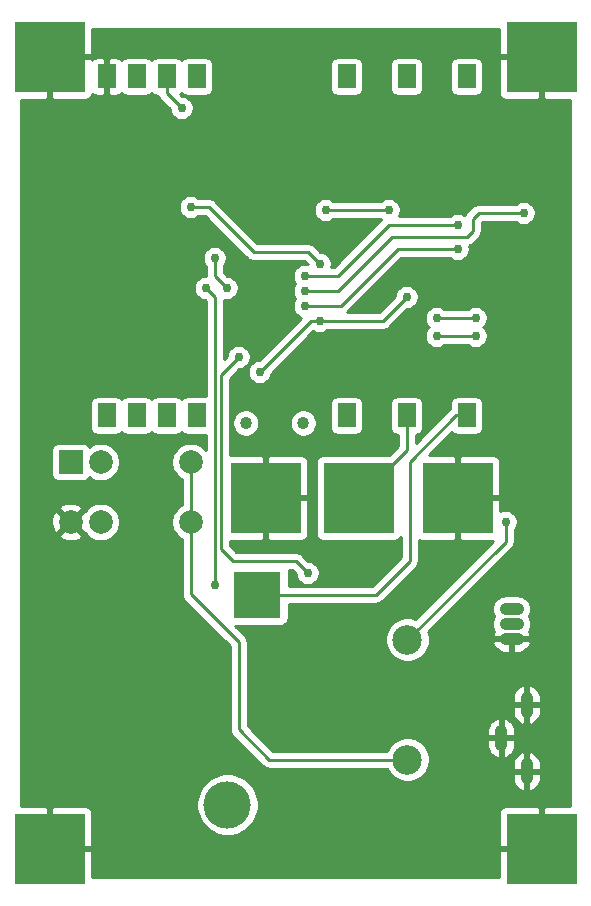
<source format=gbl>
G04 #@! TF.GenerationSoftware,KiCad,Pcbnew,(5.1.10)-1*
G04 #@! TF.CreationDate,2021-10-14T14:39:51-07:00*
G04 #@! TF.ProjectId,Plug_Pass,506c7567-5f50-4617-9373-2e6b69636164,v3.1*
G04 #@! TF.SameCoordinates,Original*
G04 #@! TF.FileFunction,Copper,L2,Bot*
G04 #@! TF.FilePolarity,Positive*
%FSLAX46Y46*%
G04 Gerber Fmt 4.6, Leading zero omitted, Abs format (unit mm)*
G04 Created by KiCad (PCBNEW (5.1.10)-1) date 2021-10-14 14:39:51*
%MOMM*%
%LPD*%
G01*
G04 APERTURE LIST*
G04 #@! TA.AperFunction,ComponentPad*
%ADD10O,2.080000X1.040000*%
G04 #@! TD*
G04 #@! TA.AperFunction,ComponentPad*
%ADD11C,1.030000*%
G04 #@! TD*
G04 #@! TA.AperFunction,ComponentPad*
%ADD12C,2.000000*%
G04 #@! TD*
G04 #@! TA.AperFunction,ComponentPad*
%ADD13R,2.000000X2.000000*%
G04 #@! TD*
G04 #@! TA.AperFunction,ComponentPad*
%ADD14C,2.500000*%
G04 #@! TD*
G04 #@! TA.AperFunction,ComponentPad*
%ADD15R,4.000000X4.000000*%
G04 #@! TD*
G04 #@! TA.AperFunction,ComponentPad*
%ADD16C,4.000000*%
G04 #@! TD*
G04 #@! TA.AperFunction,SMDPad,CuDef*
%ADD17R,1.500000X2.030000*%
G04 #@! TD*
G04 #@! TA.AperFunction,ComponentPad*
%ADD18R,6.000001X6.000001*%
G04 #@! TD*
G04 #@! TA.AperFunction,ComponentPad*
%ADD19O,1.100000X2.200000*%
G04 #@! TD*
G04 #@! TA.AperFunction,ViaPad*
%ADD20C,0.762000*%
G04 #@! TD*
G04 #@! TA.AperFunction,Conductor*
%ADD21C,0.254000*%
G04 #@! TD*
G04 #@! TA.AperFunction,Conductor*
%ADD22C,0.100000*%
G04 #@! TD*
G04 APERTURE END LIST*
D10*
X172212000Y-99822000D03*
X172212000Y-101092000D03*
X172212000Y-102362000D03*
D11*
X149706000Y-84074000D03*
X154586000Y-84074000D03*
D12*
X145034000Y-92456000D03*
X137414000Y-92456000D03*
X145034000Y-87376000D03*
X137414000Y-87376000D03*
X134874000Y-92456000D03*
D13*
X134874000Y-87376000D03*
D14*
X163402200Y-102412800D03*
X163402200Y-112572800D03*
D15*
X150702200Y-98602800D03*
D16*
X148162200Y-116382800D03*
D17*
X137922000Y-83438000D03*
X140462000Y-83438000D03*
X143002000Y-83438000D03*
X145542000Y-83438000D03*
X158242000Y-83438000D03*
X163322000Y-83438000D03*
X168402000Y-83438000D03*
X137922000Y-54738000D03*
X140462000Y-54738000D03*
X143002000Y-54738000D03*
X145542000Y-54738000D03*
X158242000Y-54738000D03*
X163322000Y-54738000D03*
X168402000Y-54738000D03*
D18*
X159258000Y-90424000D03*
D19*
X173482000Y-113544000D03*
X173482000Y-107944000D03*
X171332000Y-110744000D03*
D18*
X167640000Y-90424000D03*
X133096000Y-120142000D03*
X133096000Y-53086000D03*
X151384000Y-90424000D03*
X174752000Y-120142000D03*
X174752000Y-53086000D03*
D20*
X148590000Y-74168000D03*
X169418000Y-69850000D03*
X172974000Y-81534000D03*
X164846000Y-61722000D03*
X163068000Y-64770000D03*
X149860000Y-61976000D03*
X153162000Y-70612000D03*
X151638000Y-102108000D03*
X140208000Y-73914000D03*
X168402000Y-81026000D03*
X166624000Y-81788000D03*
X142240000Y-64262000D03*
X155956000Y-75438000D03*
X150876000Y-79756000D03*
X171704000Y-92456000D03*
X163322000Y-73406000D03*
X144272000Y-57404000D03*
X167640000Y-67310000D03*
X154686000Y-71628000D03*
X147066000Y-70104000D03*
X148082000Y-72644000D03*
X161798000Y-66040000D03*
X156464000Y-66040000D03*
X165862000Y-76708000D03*
X169164000Y-76708000D03*
X165862000Y-75184000D03*
X169164000Y-75184000D03*
X147066000Y-97790000D03*
X146304000Y-72644000D03*
X145034000Y-65786000D03*
X155956000Y-70574000D03*
X154686000Y-74168000D03*
X167640000Y-69342000D03*
X154686000Y-72898000D03*
X173228000Y-66294000D03*
X149098000Y-78486000D03*
X154940000Y-96774000D03*
D21*
X143002000Y-54738000D02*
X143002000Y-55626000D01*
X155956000Y-75438000D02*
X155194000Y-75438000D01*
X155194000Y-75438000D02*
X150876000Y-79756000D01*
X150876000Y-79756000D02*
X150876000Y-79756000D01*
X163402200Y-102412800D02*
X171704000Y-94111000D01*
X171704000Y-94111000D02*
X171704000Y-92456000D01*
X161290000Y-75438000D02*
X163322000Y-73406000D01*
X155956000Y-75438000D02*
X161290000Y-75438000D01*
X143002000Y-54738000D02*
X143002000Y-56134000D01*
X143002000Y-56134000D02*
X144272000Y-57404000D01*
X144272000Y-57404000D02*
X144272000Y-57404000D01*
X157480000Y-71628000D02*
X161544000Y-67564000D01*
X161544000Y-67564000D02*
X161798000Y-67310000D01*
X161798000Y-67310000D02*
X167640000Y-67310000D01*
X167640000Y-67310000D02*
X167640000Y-67310000D01*
X154686000Y-71628000D02*
X157480000Y-71628000D01*
X147066000Y-70104000D02*
X147066000Y-71628000D01*
X147066000Y-71628000D02*
X148082000Y-72644000D01*
X148082000Y-72644000D02*
X148082000Y-72644000D01*
X161798000Y-66040000D02*
X157226001Y-66040000D01*
X157226001Y-66040000D02*
X156464000Y-66040000D01*
X156464000Y-66040000D02*
X156464000Y-66040000D01*
X163322000Y-86360000D02*
X159258000Y-90424000D01*
X163322000Y-83438000D02*
X163322000Y-86360000D01*
X150702200Y-98602800D02*
X160731200Y-98602800D01*
X160731200Y-98602800D02*
X163576000Y-95758000D01*
X163576000Y-95758000D02*
X163576000Y-87376000D01*
X167514000Y-83438000D02*
X168402000Y-83438000D01*
X163576000Y-87376000D02*
X167514000Y-83438000D01*
X165862000Y-76708000D02*
X169164000Y-76708000D01*
X169164000Y-75184000D02*
X165862000Y-75184000D01*
X147066000Y-97790000D02*
X147066000Y-88056198D01*
X147066000Y-88056198D02*
X147066000Y-73406000D01*
X147066000Y-73406000D02*
X146304000Y-72644000D01*
X146304000Y-72644000D02*
X146304000Y-72644000D01*
X145034000Y-87376000D02*
X145034000Y-92456000D01*
X145034000Y-92456000D02*
X145034000Y-98552000D01*
X145034000Y-98552000D02*
X149098000Y-102616000D01*
X149098000Y-102616000D02*
X149098000Y-109982000D01*
X151688800Y-112572800D02*
X163402200Y-112572800D01*
X149098000Y-109982000D02*
X151688800Y-112572800D01*
X149098000Y-68326000D02*
X146558000Y-65786000D01*
X146558000Y-65786000D02*
X145034000Y-65786000D01*
X145034000Y-65786000D02*
X145034000Y-65786000D01*
X155956000Y-70574000D02*
X154978000Y-69596000D01*
X150368000Y-69596000D02*
X146558000Y-65786000D01*
X154978000Y-69596000D02*
X150368000Y-69596000D01*
X154686000Y-74168000D02*
X157734000Y-74168000D01*
X157734000Y-74168000D02*
X162560000Y-69342000D01*
X162560000Y-69342000D02*
X167640000Y-69342000D01*
X167640000Y-69342000D02*
X167640000Y-69342000D01*
X154686000Y-72898000D02*
X157480000Y-72898000D01*
X157480000Y-72898000D02*
X162052000Y-68326000D01*
X162052000Y-68326000D02*
X167640000Y-68326000D01*
X167640000Y-68326000D02*
X167640000Y-68326000D01*
X167640000Y-68326000D02*
X168402000Y-68326000D01*
X168402000Y-68326000D02*
X168910000Y-67818000D01*
X168910000Y-67818000D02*
X168910000Y-66802000D01*
X168910000Y-66802000D02*
X169418000Y-66294000D01*
X169418000Y-66294000D02*
X173228000Y-66294000D01*
X173228000Y-66294000D02*
X173228000Y-66294000D01*
X171687780Y-101092000D02*
X172212000Y-101092000D01*
X147574010Y-94742010D02*
X148590000Y-95758000D01*
X147574010Y-80009990D02*
X147574010Y-94742010D01*
X149098000Y-78486000D02*
X147574010Y-80009990D01*
X148590000Y-95758000D02*
X153924000Y-95758000D01*
X153924000Y-95758000D02*
X154940000Y-96774000D01*
X154940000Y-96774000D02*
X154940000Y-96774000D01*
X171117000Y-52800250D02*
X171275750Y-52959000D01*
X174625000Y-52959000D01*
X174625000Y-52939000D01*
X174879000Y-52939000D01*
X174879000Y-52959000D01*
X174899000Y-52959000D01*
X174899000Y-53213000D01*
X174879000Y-53213000D01*
X174879000Y-56562250D01*
X175037750Y-56721000D01*
X177152300Y-56723393D01*
X177152301Y-116504607D01*
X175037750Y-116507000D01*
X174879000Y-116665750D01*
X174879000Y-120015000D01*
X174899000Y-120015000D01*
X174899000Y-120269000D01*
X174879000Y-120269000D01*
X174879000Y-120289000D01*
X174625000Y-120289000D01*
X174625000Y-120269000D01*
X171275750Y-120269000D01*
X171117000Y-120427750D01*
X171114607Y-122542300D01*
X136733393Y-122542300D01*
X136731000Y-120427750D01*
X136572250Y-120269000D01*
X133223000Y-120269000D01*
X133223000Y-120289000D01*
X132969000Y-120289000D01*
X132969000Y-120269000D01*
X132949000Y-120269000D01*
X132949000Y-120015000D01*
X132969000Y-120015000D01*
X132969000Y-116665750D01*
X133223000Y-116665750D01*
X133223000Y-120015000D01*
X136572250Y-120015000D01*
X136731000Y-119856250D01*
X136734072Y-117142000D01*
X136721812Y-117017518D01*
X136685502Y-116897820D01*
X136626537Y-116787506D01*
X136547185Y-116690815D01*
X136450494Y-116611463D01*
X136340180Y-116552498D01*
X136220482Y-116516188D01*
X136096000Y-116503928D01*
X133381750Y-116507000D01*
X133223000Y-116665750D01*
X132969000Y-116665750D01*
X132810250Y-116507000D01*
X130695700Y-116504607D01*
X130695700Y-116123275D01*
X145527200Y-116123275D01*
X145527200Y-116642325D01*
X145628461Y-117151401D01*
X145827093Y-117630941D01*
X146115462Y-118062515D01*
X146482485Y-118429538D01*
X146914059Y-118717907D01*
X147393599Y-118916539D01*
X147902675Y-119017800D01*
X148421725Y-119017800D01*
X148930801Y-118916539D01*
X149410341Y-118717907D01*
X149841915Y-118429538D01*
X150208938Y-118062515D01*
X150497307Y-117630941D01*
X150695939Y-117151401D01*
X150697808Y-117142000D01*
X171113928Y-117142000D01*
X171117000Y-119856250D01*
X171275750Y-120015000D01*
X174625000Y-120015000D01*
X174625000Y-116665750D01*
X174466250Y-116507000D01*
X171752000Y-116503928D01*
X171627518Y-116516188D01*
X171507820Y-116552498D01*
X171397506Y-116611463D01*
X171300815Y-116690815D01*
X171221463Y-116787506D01*
X171162498Y-116897820D01*
X171126188Y-117017518D01*
X171113928Y-117142000D01*
X150697808Y-117142000D01*
X150797200Y-116642325D01*
X150797200Y-116123275D01*
X150695939Y-115614199D01*
X150497307Y-115134659D01*
X150208938Y-114703085D01*
X149841915Y-114336062D01*
X149410341Y-114047693D01*
X148930801Y-113849061D01*
X148421725Y-113747800D01*
X147902675Y-113747800D01*
X147393599Y-113849061D01*
X146914059Y-114047693D01*
X146482485Y-114336062D01*
X146115462Y-114703085D01*
X145827093Y-115134659D01*
X145628461Y-115614199D01*
X145527200Y-116123275D01*
X130695700Y-116123275D01*
X130695700Y-93591413D01*
X133918192Y-93591413D01*
X134013956Y-93855814D01*
X134303571Y-93996704D01*
X134615108Y-94078384D01*
X134936595Y-94097718D01*
X135255675Y-94053961D01*
X135560088Y-93948795D01*
X135734044Y-93855814D01*
X135829808Y-93591413D01*
X134874000Y-92635605D01*
X133918192Y-93591413D01*
X130695700Y-93591413D01*
X130695700Y-92518595D01*
X133232282Y-92518595D01*
X133276039Y-92837675D01*
X133381205Y-93142088D01*
X133474186Y-93316044D01*
X133738587Y-93411808D01*
X134694395Y-92456000D01*
X135053605Y-92456000D01*
X136009413Y-93411808D01*
X136071280Y-93389400D01*
X136144013Y-93498252D01*
X136371748Y-93725987D01*
X136639537Y-93904918D01*
X136937088Y-94028168D01*
X137252967Y-94091000D01*
X137575033Y-94091000D01*
X137890912Y-94028168D01*
X138188463Y-93904918D01*
X138456252Y-93725987D01*
X138683987Y-93498252D01*
X138862918Y-93230463D01*
X138986168Y-92932912D01*
X139049000Y-92617033D01*
X139049000Y-92294967D01*
X138986168Y-91979088D01*
X138862918Y-91681537D01*
X138683987Y-91413748D01*
X138456252Y-91186013D01*
X138188463Y-91007082D01*
X137890912Y-90883832D01*
X137575033Y-90821000D01*
X137252967Y-90821000D01*
X136937088Y-90883832D01*
X136639537Y-91007082D01*
X136371748Y-91186013D01*
X136144013Y-91413748D01*
X136071280Y-91522600D01*
X136009413Y-91500192D01*
X135053605Y-92456000D01*
X134694395Y-92456000D01*
X133738587Y-91500192D01*
X133474186Y-91595956D01*
X133333296Y-91885571D01*
X133251616Y-92197108D01*
X133232282Y-92518595D01*
X130695700Y-92518595D01*
X130695700Y-91320587D01*
X133918192Y-91320587D01*
X134874000Y-92276395D01*
X135829808Y-91320587D01*
X135734044Y-91056186D01*
X135444429Y-90915296D01*
X135132892Y-90833616D01*
X134811405Y-90814282D01*
X134492325Y-90858039D01*
X134187912Y-90963205D01*
X134013956Y-91056186D01*
X133918192Y-91320587D01*
X130695700Y-91320587D01*
X130695700Y-86376000D01*
X133235928Y-86376000D01*
X133235928Y-88376000D01*
X133248188Y-88500482D01*
X133284498Y-88620180D01*
X133343463Y-88730494D01*
X133422815Y-88827185D01*
X133519506Y-88906537D01*
X133629820Y-88965502D01*
X133749518Y-89001812D01*
X133874000Y-89014072D01*
X135874000Y-89014072D01*
X135998482Y-89001812D01*
X136118180Y-88965502D01*
X136228494Y-88906537D01*
X136325185Y-88827185D01*
X136404537Y-88730494D01*
X136429191Y-88684370D01*
X136639537Y-88824918D01*
X136937088Y-88948168D01*
X137252967Y-89011000D01*
X137575033Y-89011000D01*
X137890912Y-88948168D01*
X138188463Y-88824918D01*
X138456252Y-88645987D01*
X138683987Y-88418252D01*
X138862918Y-88150463D01*
X138986168Y-87852912D01*
X139049000Y-87537033D01*
X139049000Y-87214967D01*
X138986168Y-86899088D01*
X138862918Y-86601537D01*
X138683987Y-86333748D01*
X138456252Y-86106013D01*
X138188463Y-85927082D01*
X137890912Y-85803832D01*
X137575033Y-85741000D01*
X137252967Y-85741000D01*
X136937088Y-85803832D01*
X136639537Y-85927082D01*
X136429191Y-86067630D01*
X136404537Y-86021506D01*
X136325185Y-85924815D01*
X136228494Y-85845463D01*
X136118180Y-85786498D01*
X135998482Y-85750188D01*
X135874000Y-85737928D01*
X133874000Y-85737928D01*
X133749518Y-85750188D01*
X133629820Y-85786498D01*
X133519506Y-85845463D01*
X133422815Y-85924815D01*
X133343463Y-86021506D01*
X133284498Y-86131820D01*
X133248188Y-86251518D01*
X133235928Y-86376000D01*
X130695700Y-86376000D01*
X130695700Y-82423000D01*
X136533928Y-82423000D01*
X136533928Y-84453000D01*
X136546188Y-84577482D01*
X136582498Y-84697180D01*
X136641463Y-84807494D01*
X136720815Y-84904185D01*
X136817506Y-84983537D01*
X136927820Y-85042502D01*
X137047518Y-85078812D01*
X137172000Y-85091072D01*
X138672000Y-85091072D01*
X138796482Y-85078812D01*
X138916180Y-85042502D01*
X139026494Y-84983537D01*
X139123185Y-84904185D01*
X139192000Y-84820333D01*
X139260815Y-84904185D01*
X139357506Y-84983537D01*
X139467820Y-85042502D01*
X139587518Y-85078812D01*
X139712000Y-85091072D01*
X141212000Y-85091072D01*
X141336482Y-85078812D01*
X141456180Y-85042502D01*
X141566494Y-84983537D01*
X141663185Y-84904185D01*
X141732000Y-84820333D01*
X141800815Y-84904185D01*
X141897506Y-84983537D01*
X142007820Y-85042502D01*
X142127518Y-85078812D01*
X142252000Y-85091072D01*
X143752000Y-85091072D01*
X143876482Y-85078812D01*
X143996180Y-85042502D01*
X144106494Y-84983537D01*
X144203185Y-84904185D01*
X144272000Y-84820333D01*
X144340815Y-84904185D01*
X144437506Y-84983537D01*
X144547820Y-85042502D01*
X144667518Y-85078812D01*
X144792000Y-85091072D01*
X146292000Y-85091072D01*
X146304000Y-85089890D01*
X146304000Y-86333768D01*
X146303987Y-86333748D01*
X146076252Y-86106013D01*
X145808463Y-85927082D01*
X145510912Y-85803832D01*
X145195033Y-85741000D01*
X144872967Y-85741000D01*
X144557088Y-85803832D01*
X144259537Y-85927082D01*
X143991748Y-86106013D01*
X143764013Y-86333748D01*
X143585082Y-86601537D01*
X143461832Y-86899088D01*
X143399000Y-87214967D01*
X143399000Y-87537033D01*
X143461832Y-87852912D01*
X143585082Y-88150463D01*
X143764013Y-88418252D01*
X143991748Y-88645987D01*
X144259537Y-88824918D01*
X144272000Y-88830080D01*
X144272001Y-91001919D01*
X144259537Y-91007082D01*
X143991748Y-91186013D01*
X143764013Y-91413748D01*
X143585082Y-91681537D01*
X143461832Y-91979088D01*
X143399000Y-92294967D01*
X143399000Y-92617033D01*
X143461832Y-92932912D01*
X143585082Y-93230463D01*
X143764013Y-93498252D01*
X143991748Y-93725987D01*
X144259537Y-93904918D01*
X144272000Y-93910080D01*
X144272001Y-98514567D01*
X144268314Y-98552000D01*
X144283027Y-98701378D01*
X144326599Y-98845015D01*
X144397355Y-98977392D01*
X144439046Y-99028192D01*
X144492579Y-99093422D01*
X144521649Y-99117279D01*
X148336000Y-102931631D01*
X148336001Y-109944567D01*
X148332314Y-109982000D01*
X148347027Y-110131378D01*
X148390599Y-110275015D01*
X148461355Y-110407392D01*
X148532721Y-110494351D01*
X148556579Y-110523422D01*
X148585649Y-110547279D01*
X151123521Y-113085152D01*
X151147378Y-113114222D01*
X151263408Y-113209445D01*
X151395785Y-113280202D01*
X151539422Y-113323774D01*
X151651374Y-113334800D01*
X151651383Y-113334800D01*
X151688799Y-113338485D01*
X151726215Y-113334800D01*
X161677521Y-113334800D01*
X161731734Y-113465682D01*
X161938025Y-113774418D01*
X162200582Y-114036975D01*
X162509318Y-114243266D01*
X162852366Y-114385361D01*
X163216544Y-114457800D01*
X163587856Y-114457800D01*
X163952034Y-114385361D01*
X164295082Y-114243266D01*
X164603818Y-114036975D01*
X164866375Y-113774418D01*
X164935476Y-113671000D01*
X172297000Y-113671000D01*
X172297000Y-114221000D01*
X172344546Y-114449742D01*
X172435804Y-114664813D01*
X172567266Y-114857948D01*
X172733881Y-115021725D01*
X172929246Y-115149850D01*
X173145853Y-115237399D01*
X173172256Y-115237803D01*
X173355000Y-115112361D01*
X173355000Y-113671000D01*
X173609000Y-113671000D01*
X173609000Y-115112361D01*
X173791744Y-115237803D01*
X173818147Y-115237399D01*
X174034754Y-115149850D01*
X174230119Y-115021725D01*
X174396734Y-114857948D01*
X174528196Y-114664813D01*
X174619454Y-114449742D01*
X174667000Y-114221000D01*
X174667000Y-113671000D01*
X173609000Y-113671000D01*
X173355000Y-113671000D01*
X172297000Y-113671000D01*
X164935476Y-113671000D01*
X165072666Y-113465682D01*
X165214761Y-113122634D01*
X165265609Y-112867000D01*
X172297000Y-112867000D01*
X172297000Y-113417000D01*
X173355000Y-113417000D01*
X173355000Y-111975639D01*
X173609000Y-111975639D01*
X173609000Y-113417000D01*
X174667000Y-113417000D01*
X174667000Y-112867000D01*
X174619454Y-112638258D01*
X174528196Y-112423187D01*
X174396734Y-112230052D01*
X174230119Y-112066275D01*
X174034754Y-111938150D01*
X173818147Y-111850601D01*
X173791744Y-111850197D01*
X173609000Y-111975639D01*
X173355000Y-111975639D01*
X173172256Y-111850197D01*
X173145853Y-111850601D01*
X172929246Y-111938150D01*
X172733881Y-112066275D01*
X172567266Y-112230052D01*
X172435804Y-112423187D01*
X172344546Y-112638258D01*
X172297000Y-112867000D01*
X165265609Y-112867000D01*
X165287200Y-112758456D01*
X165287200Y-112387144D01*
X165214761Y-112022966D01*
X165072666Y-111679918D01*
X164866375Y-111371182D01*
X164603818Y-111108625D01*
X164295082Y-110902334D01*
X164219435Y-110871000D01*
X170147000Y-110871000D01*
X170147000Y-111421000D01*
X170194546Y-111649742D01*
X170285804Y-111864813D01*
X170417266Y-112057948D01*
X170583881Y-112221725D01*
X170779246Y-112349850D01*
X170995853Y-112437399D01*
X171022256Y-112437803D01*
X171205000Y-112312361D01*
X171205000Y-110871000D01*
X171459000Y-110871000D01*
X171459000Y-112312361D01*
X171641744Y-112437803D01*
X171668147Y-112437399D01*
X171884754Y-112349850D01*
X172080119Y-112221725D01*
X172246734Y-112057948D01*
X172378196Y-111864813D01*
X172469454Y-111649742D01*
X172517000Y-111421000D01*
X172517000Y-110871000D01*
X171459000Y-110871000D01*
X171205000Y-110871000D01*
X170147000Y-110871000D01*
X164219435Y-110871000D01*
X163952034Y-110760239D01*
X163587856Y-110687800D01*
X163216544Y-110687800D01*
X162852366Y-110760239D01*
X162509318Y-110902334D01*
X162200582Y-111108625D01*
X161938025Y-111371182D01*
X161731734Y-111679918D01*
X161677521Y-111810800D01*
X152004431Y-111810800D01*
X150260631Y-110067000D01*
X170147000Y-110067000D01*
X170147000Y-110617000D01*
X171205000Y-110617000D01*
X171205000Y-109175639D01*
X171459000Y-109175639D01*
X171459000Y-110617000D01*
X172517000Y-110617000D01*
X172517000Y-110067000D01*
X172469454Y-109838258D01*
X172378196Y-109623187D01*
X172246734Y-109430052D01*
X172080119Y-109266275D01*
X171884754Y-109138150D01*
X171668147Y-109050601D01*
X171641744Y-109050197D01*
X171459000Y-109175639D01*
X171205000Y-109175639D01*
X171022256Y-109050197D01*
X170995853Y-109050601D01*
X170779246Y-109138150D01*
X170583881Y-109266275D01*
X170417266Y-109430052D01*
X170285804Y-109623187D01*
X170194546Y-109838258D01*
X170147000Y-110067000D01*
X150260631Y-110067000D01*
X149860000Y-109666370D01*
X149860000Y-108071000D01*
X172297000Y-108071000D01*
X172297000Y-108621000D01*
X172344546Y-108849742D01*
X172435804Y-109064813D01*
X172567266Y-109257948D01*
X172733881Y-109421725D01*
X172929246Y-109549850D01*
X173145853Y-109637399D01*
X173172256Y-109637803D01*
X173355000Y-109512361D01*
X173355000Y-108071000D01*
X173609000Y-108071000D01*
X173609000Y-109512361D01*
X173791744Y-109637803D01*
X173818147Y-109637399D01*
X174034754Y-109549850D01*
X174230119Y-109421725D01*
X174396734Y-109257948D01*
X174528196Y-109064813D01*
X174619454Y-108849742D01*
X174667000Y-108621000D01*
X174667000Y-108071000D01*
X173609000Y-108071000D01*
X173355000Y-108071000D01*
X172297000Y-108071000D01*
X149860000Y-108071000D01*
X149860000Y-107267000D01*
X172297000Y-107267000D01*
X172297000Y-107817000D01*
X173355000Y-107817000D01*
X173355000Y-106375639D01*
X173609000Y-106375639D01*
X173609000Y-107817000D01*
X174667000Y-107817000D01*
X174667000Y-107267000D01*
X174619454Y-107038258D01*
X174528196Y-106823187D01*
X174396734Y-106630052D01*
X174230119Y-106466275D01*
X174034754Y-106338150D01*
X173818147Y-106250601D01*
X173791744Y-106250197D01*
X173609000Y-106375639D01*
X173355000Y-106375639D01*
X173172256Y-106250197D01*
X173145853Y-106250601D01*
X172929246Y-106338150D01*
X172733881Y-106466275D01*
X172567266Y-106630052D01*
X172435804Y-106823187D01*
X172344546Y-107038258D01*
X172297000Y-107267000D01*
X149860000Y-107267000D01*
X149860000Y-102653423D01*
X149863686Y-102616000D01*
X149858385Y-102562178D01*
X149848974Y-102466622D01*
X149805402Y-102322985D01*
X149758373Y-102235000D01*
X149754174Y-102227144D01*
X161517200Y-102227144D01*
X161517200Y-102598456D01*
X161589639Y-102962634D01*
X161731734Y-103305682D01*
X161938025Y-103614418D01*
X162200582Y-103876975D01*
X162509318Y-104083266D01*
X162852366Y-104225361D01*
X163216544Y-104297800D01*
X163587856Y-104297800D01*
X163952034Y-104225361D01*
X164295082Y-104083266D01*
X164603818Y-103876975D01*
X164866375Y-103614418D01*
X165072666Y-103305682D01*
X165214761Y-102962634D01*
X165273561Y-102667023D01*
X170578004Y-102667023D01*
X170661095Y-102898088D01*
X170785489Y-103088907D01*
X170944720Y-103251791D01*
X171132668Y-103380481D01*
X171342111Y-103470031D01*
X171565000Y-103517000D01*
X172085000Y-103517000D01*
X172085000Y-102489000D01*
X172339000Y-102489000D01*
X172339000Y-103517000D01*
X172859000Y-103517000D01*
X173081889Y-103470031D01*
X173291332Y-103380481D01*
X173479280Y-103251791D01*
X173638511Y-103088907D01*
X173762905Y-102898088D01*
X173845996Y-102667023D01*
X173720122Y-102489000D01*
X172339000Y-102489000D01*
X172085000Y-102489000D01*
X170703878Y-102489000D01*
X170578004Y-102667023D01*
X165273561Y-102667023D01*
X165287200Y-102598456D01*
X165287200Y-102227144D01*
X165214761Y-101862966D01*
X165160547Y-101732083D01*
X167070630Y-99822000D01*
X170531412Y-99822000D01*
X170553712Y-100048419D01*
X170619757Y-100266138D01*
X170721774Y-100457000D01*
X170619757Y-100647862D01*
X170553712Y-100865581D01*
X170531412Y-101092000D01*
X170553712Y-101318419D01*
X170619757Y-101536138D01*
X170723487Y-101730204D01*
X170661095Y-101825912D01*
X170578004Y-102056977D01*
X170703878Y-102235000D01*
X171513423Y-102235000D01*
X171635263Y-102247000D01*
X172788737Y-102247000D01*
X172910577Y-102235000D01*
X173720122Y-102235000D01*
X173845996Y-102056977D01*
X173762905Y-101825912D01*
X173700513Y-101730204D01*
X173804243Y-101536138D01*
X173870288Y-101318419D01*
X173892588Y-101092000D01*
X173870288Y-100865581D01*
X173804243Y-100647862D01*
X173702226Y-100457000D01*
X173804243Y-100266138D01*
X173870288Y-100048419D01*
X173892588Y-99822000D01*
X173870288Y-99595581D01*
X173804243Y-99377862D01*
X173696994Y-99177212D01*
X173552660Y-99001340D01*
X173376788Y-98857006D01*
X173176138Y-98749757D01*
X172958419Y-98683712D01*
X172788737Y-98667000D01*
X171635263Y-98667000D01*
X171465581Y-98683712D01*
X171247862Y-98749757D01*
X171047212Y-98857006D01*
X170871340Y-99001340D01*
X170727006Y-99177212D01*
X170619757Y-99377862D01*
X170553712Y-99595581D01*
X170531412Y-99822000D01*
X167070630Y-99822000D01*
X172216353Y-94676278D01*
X172245422Y-94652422D01*
X172340645Y-94536392D01*
X172411402Y-94404015D01*
X172454974Y-94260378D01*
X172466000Y-94148426D01*
X172466000Y-94148424D01*
X172469686Y-94111001D01*
X172466000Y-94073578D01*
X172466000Y-93130841D01*
X172493179Y-93103662D01*
X172604368Y-92937256D01*
X172680956Y-92752356D01*
X172720000Y-92556067D01*
X172720000Y-92355933D01*
X172680956Y-92159644D01*
X172604368Y-91974744D01*
X172493179Y-91808338D01*
X172351662Y-91666821D01*
X172185256Y-91555632D01*
X172000356Y-91479044D01*
X171804067Y-91440000D01*
X171603933Y-91440000D01*
X171407644Y-91479044D01*
X171275932Y-91533601D01*
X171275000Y-90709750D01*
X171116250Y-90551000D01*
X167767000Y-90551000D01*
X167767000Y-93900250D01*
X167925750Y-94059000D01*
X170640000Y-94062072D01*
X170679153Y-94058216D01*
X164082917Y-100654453D01*
X163952034Y-100600239D01*
X163587856Y-100527800D01*
X163216544Y-100527800D01*
X162852366Y-100600239D01*
X162509318Y-100742334D01*
X162200582Y-100948625D01*
X161938025Y-101211182D01*
X161731734Y-101519918D01*
X161589639Y-101862966D01*
X161517200Y-102227144D01*
X149754174Y-102227144D01*
X149734645Y-102190607D01*
X149663279Y-102103648D01*
X149639422Y-102074578D01*
X149610353Y-102050722D01*
X148800503Y-101240872D01*
X152702200Y-101240872D01*
X152826682Y-101228612D01*
X152946380Y-101192302D01*
X153056694Y-101133337D01*
X153153385Y-101053985D01*
X153232737Y-100957294D01*
X153291702Y-100846980D01*
X153328012Y-100727282D01*
X153340272Y-100602800D01*
X153340272Y-99364800D01*
X160693777Y-99364800D01*
X160731200Y-99368486D01*
X160768623Y-99364800D01*
X160768626Y-99364800D01*
X160880578Y-99353774D01*
X161024215Y-99310202D01*
X161156592Y-99239445D01*
X161272622Y-99144222D01*
X161296484Y-99115146D01*
X164088353Y-96323278D01*
X164117422Y-96299422D01*
X164159372Y-96248306D01*
X164212645Y-96183393D01*
X164250465Y-96112636D01*
X164283402Y-96051015D01*
X164326974Y-95907378D01*
X164338000Y-95795426D01*
X164338000Y-95795423D01*
X164341686Y-95758000D01*
X164338000Y-95720577D01*
X164338000Y-93982596D01*
X164395820Y-94013502D01*
X164515518Y-94049812D01*
X164640000Y-94062072D01*
X167354250Y-94059000D01*
X167513000Y-93900250D01*
X167513000Y-90551000D01*
X167493000Y-90551000D01*
X167493000Y-90297000D01*
X167513000Y-90297000D01*
X167513000Y-86947750D01*
X167767000Y-86947750D01*
X167767000Y-90297000D01*
X171116250Y-90297000D01*
X171275000Y-90138250D01*
X171278072Y-87424000D01*
X171265812Y-87299518D01*
X171229502Y-87179820D01*
X171170537Y-87069506D01*
X171091185Y-86972815D01*
X170994494Y-86893463D01*
X170884180Y-86834498D01*
X170764482Y-86798188D01*
X170640000Y-86785928D01*
X167925750Y-86789000D01*
X167767000Y-86947750D01*
X167513000Y-86947750D01*
X167354250Y-86789000D01*
X165243020Y-86786611D01*
X167166842Y-84862789D01*
X167200815Y-84904185D01*
X167297506Y-84983537D01*
X167407820Y-85042502D01*
X167527518Y-85078812D01*
X167652000Y-85091072D01*
X169152000Y-85091072D01*
X169276482Y-85078812D01*
X169396180Y-85042502D01*
X169506494Y-84983537D01*
X169603185Y-84904185D01*
X169682537Y-84807494D01*
X169741502Y-84697180D01*
X169777812Y-84577482D01*
X169790072Y-84453000D01*
X169790072Y-82423000D01*
X169777812Y-82298518D01*
X169741502Y-82178820D01*
X169682537Y-82068506D01*
X169603185Y-81971815D01*
X169506494Y-81892463D01*
X169396180Y-81833498D01*
X169276482Y-81797188D01*
X169152000Y-81784928D01*
X167652000Y-81784928D01*
X167527518Y-81797188D01*
X167407820Y-81833498D01*
X167297506Y-81892463D01*
X167200815Y-81971815D01*
X167121463Y-82068506D01*
X167062498Y-82178820D01*
X167026188Y-82298518D01*
X167013928Y-82423000D01*
X167013928Y-82862643D01*
X166972578Y-82896578D01*
X166948721Y-82925648D01*
X164084000Y-85790370D01*
X164084000Y-85089890D01*
X164196482Y-85078812D01*
X164316180Y-85042502D01*
X164426494Y-84983537D01*
X164523185Y-84904185D01*
X164602537Y-84807494D01*
X164661502Y-84697180D01*
X164697812Y-84577482D01*
X164710072Y-84453000D01*
X164710072Y-82423000D01*
X164697812Y-82298518D01*
X164661502Y-82178820D01*
X164602537Y-82068506D01*
X164523185Y-81971815D01*
X164426494Y-81892463D01*
X164316180Y-81833498D01*
X164196482Y-81797188D01*
X164072000Y-81784928D01*
X162572000Y-81784928D01*
X162447518Y-81797188D01*
X162327820Y-81833498D01*
X162217506Y-81892463D01*
X162120815Y-81971815D01*
X162041463Y-82068506D01*
X161982498Y-82178820D01*
X161946188Y-82298518D01*
X161933928Y-82423000D01*
X161933928Y-84453000D01*
X161946188Y-84577482D01*
X161982498Y-84697180D01*
X162041463Y-84807494D01*
X162120815Y-84904185D01*
X162217506Y-84983537D01*
X162327820Y-85042502D01*
X162447518Y-85078812D01*
X162560001Y-85089890D01*
X162560001Y-86044368D01*
X161818441Y-86785928D01*
X156258000Y-86785928D01*
X156133518Y-86798188D01*
X156013820Y-86834498D01*
X155903506Y-86893463D01*
X155806815Y-86972815D01*
X155727463Y-87069506D01*
X155668498Y-87179820D01*
X155632188Y-87299518D01*
X155619928Y-87424000D01*
X155619928Y-93424000D01*
X155632188Y-93548482D01*
X155668498Y-93668180D01*
X155727463Y-93778494D01*
X155806815Y-93875185D01*
X155903506Y-93954537D01*
X156013820Y-94013502D01*
X156133518Y-94049812D01*
X156258000Y-94062072D01*
X162258000Y-94062072D01*
X162382482Y-94049812D01*
X162502180Y-94013502D01*
X162612494Y-93954537D01*
X162709185Y-93875185D01*
X162788537Y-93778494D01*
X162814000Y-93730856D01*
X162814000Y-95442369D01*
X160415570Y-97840800D01*
X153340272Y-97840800D01*
X153340272Y-96602800D01*
X153332117Y-96520000D01*
X153608370Y-96520000D01*
X153924000Y-96835631D01*
X153924000Y-96874067D01*
X153963044Y-97070356D01*
X154039632Y-97255256D01*
X154150821Y-97421662D01*
X154292338Y-97563179D01*
X154458744Y-97674368D01*
X154643644Y-97750956D01*
X154839933Y-97790000D01*
X155040067Y-97790000D01*
X155236356Y-97750956D01*
X155421256Y-97674368D01*
X155587662Y-97563179D01*
X155729179Y-97421662D01*
X155840368Y-97255256D01*
X155916956Y-97070356D01*
X155956000Y-96874067D01*
X155956000Y-96673933D01*
X155916956Y-96477644D01*
X155840368Y-96292744D01*
X155729179Y-96126338D01*
X155587662Y-95984821D01*
X155421256Y-95873632D01*
X155236356Y-95797044D01*
X155040067Y-95758000D01*
X155001631Y-95758000D01*
X154489284Y-95245654D01*
X154465422Y-95216578D01*
X154349392Y-95121355D01*
X154217015Y-95050598D01*
X154073378Y-95007026D01*
X153961426Y-94996000D01*
X153961423Y-94996000D01*
X153924000Y-94992314D01*
X153886577Y-94996000D01*
X148905631Y-94996000D01*
X148336010Y-94426380D01*
X148336010Y-94057346D01*
X148384000Y-94062072D01*
X151098250Y-94059000D01*
X151257000Y-93900250D01*
X151257000Y-90551000D01*
X151511000Y-90551000D01*
X151511000Y-93900250D01*
X151669750Y-94059000D01*
X154384000Y-94062072D01*
X154508482Y-94049812D01*
X154628180Y-94013502D01*
X154738494Y-93954537D01*
X154835185Y-93875185D01*
X154914537Y-93778494D01*
X154973502Y-93668180D01*
X155009812Y-93548482D01*
X155022072Y-93424000D01*
X155019000Y-90709750D01*
X154860250Y-90551000D01*
X151511000Y-90551000D01*
X151257000Y-90551000D01*
X151237000Y-90551000D01*
X151237000Y-90297000D01*
X151257000Y-90297000D01*
X151257000Y-86947750D01*
X151511000Y-86947750D01*
X151511000Y-90297000D01*
X154860250Y-90297000D01*
X155019000Y-90138250D01*
X155022072Y-87424000D01*
X155009812Y-87299518D01*
X154973502Y-87179820D01*
X154914537Y-87069506D01*
X154835185Y-86972815D01*
X154738494Y-86893463D01*
X154628180Y-86834498D01*
X154508482Y-86798188D01*
X154384000Y-86785928D01*
X151669750Y-86789000D01*
X151511000Y-86947750D01*
X151257000Y-86947750D01*
X151098250Y-86789000D01*
X148384000Y-86785928D01*
X148336010Y-86790654D01*
X148336010Y-83960735D01*
X148556000Y-83960735D01*
X148556000Y-84187265D01*
X148600194Y-84409443D01*
X148686884Y-84618729D01*
X148812737Y-84807082D01*
X148972918Y-84967263D01*
X149161271Y-85093116D01*
X149370557Y-85179806D01*
X149592735Y-85224000D01*
X149819265Y-85224000D01*
X150041443Y-85179806D01*
X150250729Y-85093116D01*
X150439082Y-84967263D01*
X150599263Y-84807082D01*
X150725116Y-84618729D01*
X150811806Y-84409443D01*
X150856000Y-84187265D01*
X150856000Y-83960735D01*
X153436000Y-83960735D01*
X153436000Y-84187265D01*
X153480194Y-84409443D01*
X153566884Y-84618729D01*
X153692737Y-84807082D01*
X153852918Y-84967263D01*
X154041271Y-85093116D01*
X154250557Y-85179806D01*
X154472735Y-85224000D01*
X154699265Y-85224000D01*
X154921443Y-85179806D01*
X155130729Y-85093116D01*
X155319082Y-84967263D01*
X155479263Y-84807082D01*
X155605116Y-84618729D01*
X155691806Y-84409443D01*
X155736000Y-84187265D01*
X155736000Y-83960735D01*
X155691806Y-83738557D01*
X155605116Y-83529271D01*
X155479263Y-83340918D01*
X155319082Y-83180737D01*
X155130729Y-83054884D01*
X154921443Y-82968194D01*
X154699265Y-82924000D01*
X154472735Y-82924000D01*
X154250557Y-82968194D01*
X154041271Y-83054884D01*
X153852918Y-83180737D01*
X153692737Y-83340918D01*
X153566884Y-83529271D01*
X153480194Y-83738557D01*
X153436000Y-83960735D01*
X150856000Y-83960735D01*
X150811806Y-83738557D01*
X150725116Y-83529271D01*
X150599263Y-83340918D01*
X150439082Y-83180737D01*
X150250729Y-83054884D01*
X150041443Y-82968194D01*
X149819265Y-82924000D01*
X149592735Y-82924000D01*
X149370557Y-82968194D01*
X149161271Y-83054884D01*
X148972918Y-83180737D01*
X148812737Y-83340918D01*
X148686884Y-83529271D01*
X148600194Y-83738557D01*
X148556000Y-83960735D01*
X148336010Y-83960735D01*
X148336010Y-82423000D01*
X156853928Y-82423000D01*
X156853928Y-84453000D01*
X156866188Y-84577482D01*
X156902498Y-84697180D01*
X156961463Y-84807494D01*
X157040815Y-84904185D01*
X157137506Y-84983537D01*
X157247820Y-85042502D01*
X157367518Y-85078812D01*
X157492000Y-85091072D01*
X158992000Y-85091072D01*
X159116482Y-85078812D01*
X159236180Y-85042502D01*
X159346494Y-84983537D01*
X159443185Y-84904185D01*
X159522537Y-84807494D01*
X159581502Y-84697180D01*
X159617812Y-84577482D01*
X159630072Y-84453000D01*
X159630072Y-82423000D01*
X159617812Y-82298518D01*
X159581502Y-82178820D01*
X159522537Y-82068506D01*
X159443185Y-81971815D01*
X159346494Y-81892463D01*
X159236180Y-81833498D01*
X159116482Y-81797188D01*
X158992000Y-81784928D01*
X157492000Y-81784928D01*
X157367518Y-81797188D01*
X157247820Y-81833498D01*
X157137506Y-81892463D01*
X157040815Y-81971815D01*
X156961463Y-82068506D01*
X156902498Y-82178820D01*
X156866188Y-82298518D01*
X156853928Y-82423000D01*
X148336010Y-82423000D01*
X148336010Y-80325620D01*
X149159631Y-79502000D01*
X149198067Y-79502000D01*
X149394356Y-79462956D01*
X149579256Y-79386368D01*
X149745662Y-79275179D01*
X149887179Y-79133662D01*
X149998368Y-78967256D01*
X150074956Y-78782356D01*
X150114000Y-78586067D01*
X150114000Y-78385933D01*
X150074956Y-78189644D01*
X149998368Y-78004744D01*
X149887179Y-77838338D01*
X149745662Y-77696821D01*
X149579256Y-77585632D01*
X149394356Y-77509044D01*
X149198067Y-77470000D01*
X148997933Y-77470000D01*
X148801644Y-77509044D01*
X148616744Y-77585632D01*
X148450338Y-77696821D01*
X148308821Y-77838338D01*
X148197632Y-78004744D01*
X148121044Y-78189644D01*
X148082000Y-78385933D01*
X148082000Y-78424369D01*
X147828000Y-78678369D01*
X147828000Y-73629381D01*
X147981933Y-73660000D01*
X148182067Y-73660000D01*
X148378356Y-73620956D01*
X148563256Y-73544368D01*
X148729662Y-73433179D01*
X148871179Y-73291662D01*
X148982368Y-73125256D01*
X149058956Y-72940356D01*
X149098000Y-72744067D01*
X149098000Y-72543933D01*
X149058956Y-72347644D01*
X148982368Y-72162744D01*
X148871179Y-71996338D01*
X148729662Y-71854821D01*
X148563256Y-71743632D01*
X148378356Y-71667044D01*
X148182067Y-71628000D01*
X148143631Y-71628000D01*
X147828000Y-71312370D01*
X147828000Y-70778841D01*
X147855179Y-70751662D01*
X147966368Y-70585256D01*
X148042956Y-70400356D01*
X148082000Y-70204067D01*
X148082000Y-70003933D01*
X148042956Y-69807644D01*
X147966368Y-69622744D01*
X147855179Y-69456338D01*
X147713662Y-69314821D01*
X147547256Y-69203632D01*
X147362356Y-69127044D01*
X147166067Y-69088000D01*
X146965933Y-69088000D01*
X146769644Y-69127044D01*
X146584744Y-69203632D01*
X146418338Y-69314821D01*
X146276821Y-69456338D01*
X146165632Y-69622744D01*
X146089044Y-69807644D01*
X146050000Y-70003933D01*
X146050000Y-70204067D01*
X146089044Y-70400356D01*
X146165632Y-70585256D01*
X146276821Y-70751662D01*
X146304000Y-70778841D01*
X146304001Y-71590567D01*
X146300314Y-71628000D01*
X146203933Y-71628000D01*
X146007644Y-71667044D01*
X145822744Y-71743632D01*
X145656338Y-71854821D01*
X145514821Y-71996338D01*
X145403632Y-72162744D01*
X145327044Y-72347644D01*
X145288000Y-72543933D01*
X145288000Y-72744067D01*
X145327044Y-72940356D01*
X145403632Y-73125256D01*
X145514821Y-73291662D01*
X145656338Y-73433179D01*
X145822744Y-73544368D01*
X146007644Y-73620956D01*
X146203933Y-73660000D01*
X146242369Y-73660000D01*
X146304001Y-73721632D01*
X146304000Y-81786110D01*
X146292000Y-81784928D01*
X144792000Y-81784928D01*
X144667518Y-81797188D01*
X144547820Y-81833498D01*
X144437506Y-81892463D01*
X144340815Y-81971815D01*
X144272000Y-82055667D01*
X144203185Y-81971815D01*
X144106494Y-81892463D01*
X143996180Y-81833498D01*
X143876482Y-81797188D01*
X143752000Y-81784928D01*
X142252000Y-81784928D01*
X142127518Y-81797188D01*
X142007820Y-81833498D01*
X141897506Y-81892463D01*
X141800815Y-81971815D01*
X141732000Y-82055667D01*
X141663185Y-81971815D01*
X141566494Y-81892463D01*
X141456180Y-81833498D01*
X141336482Y-81797188D01*
X141212000Y-81784928D01*
X139712000Y-81784928D01*
X139587518Y-81797188D01*
X139467820Y-81833498D01*
X139357506Y-81892463D01*
X139260815Y-81971815D01*
X139192000Y-82055667D01*
X139123185Y-81971815D01*
X139026494Y-81892463D01*
X138916180Y-81833498D01*
X138796482Y-81797188D01*
X138672000Y-81784928D01*
X137172000Y-81784928D01*
X137047518Y-81797188D01*
X136927820Y-81833498D01*
X136817506Y-81892463D01*
X136720815Y-81971815D01*
X136641463Y-82068506D01*
X136582498Y-82178820D01*
X136546188Y-82298518D01*
X136533928Y-82423000D01*
X130695700Y-82423000D01*
X130695700Y-65685933D01*
X144018000Y-65685933D01*
X144018000Y-65886067D01*
X144057044Y-66082356D01*
X144133632Y-66267256D01*
X144244821Y-66433662D01*
X144386338Y-66575179D01*
X144552744Y-66686368D01*
X144737644Y-66762956D01*
X144933933Y-66802000D01*
X145134067Y-66802000D01*
X145330356Y-66762956D01*
X145515256Y-66686368D01*
X145681662Y-66575179D01*
X145708841Y-66548000D01*
X146242370Y-66548000D01*
X148585648Y-68891279D01*
X148585654Y-68891284D01*
X149802716Y-70108346D01*
X149826578Y-70137422D01*
X149900219Y-70197857D01*
X149942607Y-70232645D01*
X149960798Y-70242368D01*
X150074985Y-70303402D01*
X150218622Y-70346974D01*
X150330574Y-70358000D01*
X150330577Y-70358000D01*
X150368000Y-70361686D01*
X150405423Y-70358000D01*
X154662370Y-70358000D01*
X154940000Y-70635631D01*
X154940000Y-70642619D01*
X154786067Y-70612000D01*
X154585933Y-70612000D01*
X154389644Y-70651044D01*
X154204744Y-70727632D01*
X154038338Y-70838821D01*
X153896821Y-70980338D01*
X153785632Y-71146744D01*
X153709044Y-71331644D01*
X153670000Y-71527933D01*
X153670000Y-71728067D01*
X153709044Y-71924356D01*
X153785632Y-72109256D01*
X153888361Y-72263000D01*
X153785632Y-72416744D01*
X153709044Y-72601644D01*
X153670000Y-72797933D01*
X153670000Y-72998067D01*
X153709044Y-73194356D01*
X153785632Y-73379256D01*
X153888361Y-73533000D01*
X153785632Y-73686744D01*
X153709044Y-73871644D01*
X153670000Y-74067933D01*
X153670000Y-74268067D01*
X153709044Y-74464356D01*
X153785632Y-74649256D01*
X153896821Y-74815662D01*
X154038338Y-74957179D01*
X154204744Y-75068368D01*
X154389644Y-75144956D01*
X154406133Y-75148236D01*
X150814370Y-78740000D01*
X150775933Y-78740000D01*
X150579644Y-78779044D01*
X150394744Y-78855632D01*
X150228338Y-78966821D01*
X150086821Y-79108338D01*
X149975632Y-79274744D01*
X149899044Y-79459644D01*
X149860000Y-79655933D01*
X149860000Y-79856067D01*
X149899044Y-80052356D01*
X149975632Y-80237256D01*
X150086821Y-80403662D01*
X150228338Y-80545179D01*
X150394744Y-80656368D01*
X150579644Y-80732956D01*
X150775933Y-80772000D01*
X150976067Y-80772000D01*
X151172356Y-80732956D01*
X151357256Y-80656368D01*
X151523662Y-80545179D01*
X151665179Y-80403662D01*
X151776368Y-80237256D01*
X151852956Y-80052356D01*
X151892000Y-79856067D01*
X151892000Y-79817630D01*
X155412712Y-76296919D01*
X155474744Y-76338368D01*
X155659644Y-76414956D01*
X155855933Y-76454000D01*
X156056067Y-76454000D01*
X156252356Y-76414956D01*
X156437256Y-76338368D01*
X156603662Y-76227179D01*
X156630841Y-76200000D01*
X161252577Y-76200000D01*
X161290000Y-76203686D01*
X161327423Y-76200000D01*
X161327426Y-76200000D01*
X161439378Y-76188974D01*
X161583015Y-76145402D01*
X161715392Y-76074645D01*
X161831422Y-75979422D01*
X161855284Y-75950346D01*
X162721697Y-75083933D01*
X164846000Y-75083933D01*
X164846000Y-75284067D01*
X164885044Y-75480356D01*
X164961632Y-75665256D01*
X165072821Y-75831662D01*
X165187159Y-75946000D01*
X165072821Y-76060338D01*
X164961632Y-76226744D01*
X164885044Y-76411644D01*
X164846000Y-76607933D01*
X164846000Y-76808067D01*
X164885044Y-77004356D01*
X164961632Y-77189256D01*
X165072821Y-77355662D01*
X165214338Y-77497179D01*
X165380744Y-77608368D01*
X165565644Y-77684956D01*
X165761933Y-77724000D01*
X165962067Y-77724000D01*
X166158356Y-77684956D01*
X166343256Y-77608368D01*
X166509662Y-77497179D01*
X166536841Y-77470000D01*
X168489159Y-77470000D01*
X168516338Y-77497179D01*
X168682744Y-77608368D01*
X168867644Y-77684956D01*
X169063933Y-77724000D01*
X169264067Y-77724000D01*
X169460356Y-77684956D01*
X169645256Y-77608368D01*
X169811662Y-77497179D01*
X169953179Y-77355662D01*
X170064368Y-77189256D01*
X170140956Y-77004356D01*
X170180000Y-76808067D01*
X170180000Y-76607933D01*
X170140956Y-76411644D01*
X170064368Y-76226744D01*
X169953179Y-76060338D01*
X169838841Y-75946000D01*
X169953179Y-75831662D01*
X170064368Y-75665256D01*
X170140956Y-75480356D01*
X170180000Y-75284067D01*
X170180000Y-75083933D01*
X170140956Y-74887644D01*
X170064368Y-74702744D01*
X169953179Y-74536338D01*
X169811662Y-74394821D01*
X169645256Y-74283632D01*
X169460356Y-74207044D01*
X169264067Y-74168000D01*
X169063933Y-74168000D01*
X168867644Y-74207044D01*
X168682744Y-74283632D01*
X168516338Y-74394821D01*
X168489159Y-74422000D01*
X166536841Y-74422000D01*
X166509662Y-74394821D01*
X166343256Y-74283632D01*
X166158356Y-74207044D01*
X165962067Y-74168000D01*
X165761933Y-74168000D01*
X165565644Y-74207044D01*
X165380744Y-74283632D01*
X165214338Y-74394821D01*
X165072821Y-74536338D01*
X164961632Y-74702744D01*
X164885044Y-74887644D01*
X164846000Y-75083933D01*
X162721697Y-75083933D01*
X163383631Y-74422000D01*
X163422067Y-74422000D01*
X163618356Y-74382956D01*
X163803256Y-74306368D01*
X163969662Y-74195179D01*
X164111179Y-74053662D01*
X164222368Y-73887256D01*
X164298956Y-73702356D01*
X164338000Y-73506067D01*
X164338000Y-73305933D01*
X164298956Y-73109644D01*
X164222368Y-72924744D01*
X164111179Y-72758338D01*
X163969662Y-72616821D01*
X163803256Y-72505632D01*
X163618356Y-72429044D01*
X163422067Y-72390000D01*
X163221933Y-72390000D01*
X163025644Y-72429044D01*
X162840744Y-72505632D01*
X162674338Y-72616821D01*
X162532821Y-72758338D01*
X162421632Y-72924744D01*
X162345044Y-73109644D01*
X162306000Y-73305933D01*
X162306000Y-73344369D01*
X160974370Y-74676000D01*
X158303630Y-74676000D01*
X162875630Y-70104000D01*
X166965159Y-70104000D01*
X166992338Y-70131179D01*
X167158744Y-70242368D01*
X167343644Y-70318956D01*
X167539933Y-70358000D01*
X167740067Y-70358000D01*
X167936356Y-70318956D01*
X168121256Y-70242368D01*
X168287662Y-70131179D01*
X168429179Y-69989662D01*
X168540368Y-69823256D01*
X168616956Y-69638356D01*
X168656000Y-69442067D01*
X168656000Y-69241933D01*
X168619101Y-69056430D01*
X168695015Y-69033402D01*
X168827392Y-68962645D01*
X168943422Y-68867422D01*
X168967284Y-68838346D01*
X169422347Y-68383283D01*
X169451422Y-68359422D01*
X169546645Y-68243392D01*
X169617402Y-68111015D01*
X169660974Y-67967378D01*
X169672000Y-67855426D01*
X169672000Y-67855417D01*
X169675685Y-67818001D01*
X169672000Y-67780585D01*
X169672000Y-67117630D01*
X169733630Y-67056000D01*
X172553159Y-67056000D01*
X172580338Y-67083179D01*
X172746744Y-67194368D01*
X172931644Y-67270956D01*
X173127933Y-67310000D01*
X173328067Y-67310000D01*
X173524356Y-67270956D01*
X173709256Y-67194368D01*
X173875662Y-67083179D01*
X174017179Y-66941662D01*
X174128368Y-66775256D01*
X174204956Y-66590356D01*
X174244000Y-66394067D01*
X174244000Y-66193933D01*
X174204956Y-65997644D01*
X174128368Y-65812744D01*
X174017179Y-65646338D01*
X173875662Y-65504821D01*
X173709256Y-65393632D01*
X173524356Y-65317044D01*
X173328067Y-65278000D01*
X173127933Y-65278000D01*
X172931644Y-65317044D01*
X172746744Y-65393632D01*
X172580338Y-65504821D01*
X172553159Y-65532000D01*
X169455415Y-65532000D01*
X169417999Y-65528315D01*
X169380583Y-65532000D01*
X169380574Y-65532000D01*
X169268622Y-65543026D01*
X169124985Y-65586598D01*
X168992608Y-65657355D01*
X168876578Y-65752578D01*
X168852716Y-65781654D01*
X168397649Y-66236721D01*
X168368579Y-66260578D01*
X168344722Y-66289648D01*
X168344721Y-66289649D01*
X168273355Y-66376608D01*
X168220323Y-66475826D01*
X168121256Y-66409632D01*
X167936356Y-66333044D01*
X167740067Y-66294000D01*
X167539933Y-66294000D01*
X167343644Y-66333044D01*
X167158744Y-66409632D01*
X166992338Y-66520821D01*
X166965159Y-66548000D01*
X162680498Y-66548000D01*
X162698368Y-66521256D01*
X162774956Y-66336356D01*
X162814000Y-66140067D01*
X162814000Y-65939933D01*
X162774956Y-65743644D01*
X162698368Y-65558744D01*
X162587179Y-65392338D01*
X162445662Y-65250821D01*
X162279256Y-65139632D01*
X162094356Y-65063044D01*
X161898067Y-65024000D01*
X161697933Y-65024000D01*
X161501644Y-65063044D01*
X161316744Y-65139632D01*
X161150338Y-65250821D01*
X161123159Y-65278000D01*
X157138841Y-65278000D01*
X157111662Y-65250821D01*
X156945256Y-65139632D01*
X156760356Y-65063044D01*
X156564067Y-65024000D01*
X156363933Y-65024000D01*
X156167644Y-65063044D01*
X155982744Y-65139632D01*
X155816338Y-65250821D01*
X155674821Y-65392338D01*
X155563632Y-65558744D01*
X155487044Y-65743644D01*
X155448000Y-65939933D01*
X155448000Y-66140067D01*
X155487044Y-66336356D01*
X155563632Y-66521256D01*
X155674821Y-66687662D01*
X155816338Y-66829179D01*
X155982744Y-66940368D01*
X156167644Y-67016956D01*
X156363933Y-67056000D01*
X156564067Y-67056000D01*
X156760356Y-67016956D01*
X156945256Y-66940368D01*
X157111662Y-66829179D01*
X157138841Y-66802000D01*
X161123159Y-66802000D01*
X161150338Y-66829179D01*
X161180822Y-66849548D01*
X161031654Y-66998716D01*
X161031648Y-66998721D01*
X157164370Y-70866000D01*
X156933822Y-70866000D01*
X156972000Y-70674067D01*
X156972000Y-70473933D01*
X156932956Y-70277644D01*
X156856368Y-70092744D01*
X156745179Y-69926338D01*
X156603662Y-69784821D01*
X156437256Y-69673632D01*
X156252356Y-69597044D01*
X156056067Y-69558000D01*
X156017631Y-69558000D01*
X155543284Y-69083654D01*
X155519422Y-69054578D01*
X155403392Y-68959355D01*
X155271015Y-68888598D01*
X155127378Y-68845026D01*
X155015426Y-68834000D01*
X155015423Y-68834000D01*
X154978000Y-68830314D01*
X154940577Y-68834000D01*
X150683630Y-68834000D01*
X149663284Y-67813654D01*
X149663279Y-67813648D01*
X147123284Y-65273654D01*
X147099422Y-65244578D01*
X146983392Y-65149355D01*
X146851015Y-65078598D01*
X146707378Y-65035026D01*
X146595426Y-65024000D01*
X146595423Y-65024000D01*
X146558000Y-65020314D01*
X146520577Y-65024000D01*
X145708841Y-65024000D01*
X145681662Y-64996821D01*
X145515256Y-64885632D01*
X145330356Y-64809044D01*
X145134067Y-64770000D01*
X144933933Y-64770000D01*
X144737644Y-64809044D01*
X144552744Y-64885632D01*
X144386338Y-64996821D01*
X144244821Y-65138338D01*
X144133632Y-65304744D01*
X144057044Y-65489644D01*
X144018000Y-65685933D01*
X130695700Y-65685933D01*
X130695700Y-56723393D01*
X132810250Y-56721000D01*
X132969000Y-56562250D01*
X132969000Y-53213000D01*
X133223000Y-53213000D01*
X133223000Y-56562250D01*
X133381750Y-56721000D01*
X136096000Y-56724072D01*
X136220482Y-56711812D01*
X136340180Y-56675502D01*
X136450494Y-56616537D01*
X136547185Y-56537185D01*
X136626537Y-56440494D01*
X136685502Y-56330180D01*
X136721812Y-56210482D01*
X136722311Y-56205413D01*
X136817506Y-56283537D01*
X136927820Y-56342502D01*
X137047518Y-56378812D01*
X137172000Y-56391072D01*
X137636250Y-56388000D01*
X137795000Y-56229250D01*
X137795000Y-54865000D01*
X137775000Y-54865000D01*
X137775000Y-54611000D01*
X137795000Y-54611000D01*
X137795000Y-53246750D01*
X138049000Y-53246750D01*
X138049000Y-54611000D01*
X138069000Y-54611000D01*
X138069000Y-54865000D01*
X138049000Y-54865000D01*
X138049000Y-56229250D01*
X138207750Y-56388000D01*
X138672000Y-56391072D01*
X138796482Y-56378812D01*
X138916180Y-56342502D01*
X139026494Y-56283537D01*
X139123185Y-56204185D01*
X139192000Y-56120333D01*
X139260815Y-56204185D01*
X139357506Y-56283537D01*
X139467820Y-56342502D01*
X139587518Y-56378812D01*
X139712000Y-56391072D01*
X141212000Y-56391072D01*
X141336482Y-56378812D01*
X141456180Y-56342502D01*
X141566494Y-56283537D01*
X141663185Y-56204185D01*
X141732000Y-56120333D01*
X141800815Y-56204185D01*
X141897506Y-56283537D01*
X142007820Y-56342502D01*
X142127518Y-56378812D01*
X142252000Y-56391072D01*
X142283696Y-56391072D01*
X142294599Y-56427015D01*
X142365355Y-56559392D01*
X142433150Y-56642000D01*
X142460579Y-56675422D01*
X142489649Y-56699279D01*
X143256000Y-57465631D01*
X143256000Y-57504067D01*
X143295044Y-57700356D01*
X143371632Y-57885256D01*
X143482821Y-58051662D01*
X143624338Y-58193179D01*
X143790744Y-58304368D01*
X143975644Y-58380956D01*
X144171933Y-58420000D01*
X144372067Y-58420000D01*
X144568356Y-58380956D01*
X144753256Y-58304368D01*
X144919662Y-58193179D01*
X145061179Y-58051662D01*
X145172368Y-57885256D01*
X145248956Y-57700356D01*
X145288000Y-57504067D01*
X145288000Y-57303933D01*
X145248956Y-57107644D01*
X145172368Y-56922744D01*
X145061179Y-56756338D01*
X144919662Y-56614821D01*
X144753256Y-56503632D01*
X144568356Y-56427044D01*
X144372067Y-56388000D01*
X144333631Y-56388000D01*
X144173872Y-56228241D01*
X144203185Y-56204185D01*
X144272000Y-56120333D01*
X144340815Y-56204185D01*
X144437506Y-56283537D01*
X144547820Y-56342502D01*
X144667518Y-56378812D01*
X144792000Y-56391072D01*
X146292000Y-56391072D01*
X146416482Y-56378812D01*
X146536180Y-56342502D01*
X146646494Y-56283537D01*
X146743185Y-56204185D01*
X146822537Y-56107494D01*
X146881502Y-55997180D01*
X146917812Y-55877482D01*
X146930072Y-55753000D01*
X146930072Y-53723000D01*
X156853928Y-53723000D01*
X156853928Y-55753000D01*
X156866188Y-55877482D01*
X156902498Y-55997180D01*
X156961463Y-56107494D01*
X157040815Y-56204185D01*
X157137506Y-56283537D01*
X157247820Y-56342502D01*
X157367518Y-56378812D01*
X157492000Y-56391072D01*
X158992000Y-56391072D01*
X159116482Y-56378812D01*
X159236180Y-56342502D01*
X159346494Y-56283537D01*
X159443185Y-56204185D01*
X159522537Y-56107494D01*
X159581502Y-55997180D01*
X159617812Y-55877482D01*
X159630072Y-55753000D01*
X159630072Y-53723000D01*
X161933928Y-53723000D01*
X161933928Y-55753000D01*
X161946188Y-55877482D01*
X161982498Y-55997180D01*
X162041463Y-56107494D01*
X162120815Y-56204185D01*
X162217506Y-56283537D01*
X162327820Y-56342502D01*
X162447518Y-56378812D01*
X162572000Y-56391072D01*
X164072000Y-56391072D01*
X164196482Y-56378812D01*
X164316180Y-56342502D01*
X164426494Y-56283537D01*
X164523185Y-56204185D01*
X164602537Y-56107494D01*
X164661502Y-55997180D01*
X164697812Y-55877482D01*
X164710072Y-55753000D01*
X164710072Y-53723000D01*
X167013928Y-53723000D01*
X167013928Y-55753000D01*
X167026188Y-55877482D01*
X167062498Y-55997180D01*
X167121463Y-56107494D01*
X167200815Y-56204185D01*
X167297506Y-56283537D01*
X167407820Y-56342502D01*
X167527518Y-56378812D01*
X167652000Y-56391072D01*
X169152000Y-56391072D01*
X169276482Y-56378812D01*
X169396180Y-56342502D01*
X169506494Y-56283537D01*
X169603185Y-56204185D01*
X169682537Y-56107494D01*
X169694025Y-56086000D01*
X171113928Y-56086000D01*
X171126188Y-56210482D01*
X171162498Y-56330180D01*
X171221463Y-56440494D01*
X171300815Y-56537185D01*
X171397506Y-56616537D01*
X171507820Y-56675502D01*
X171627518Y-56711812D01*
X171752000Y-56724072D01*
X174466250Y-56721000D01*
X174625000Y-56562250D01*
X174625000Y-53213000D01*
X171275750Y-53213000D01*
X171117000Y-53371750D01*
X171113928Y-56086000D01*
X169694025Y-56086000D01*
X169741502Y-55997180D01*
X169777812Y-55877482D01*
X169790072Y-55753000D01*
X169790072Y-53723000D01*
X169777812Y-53598518D01*
X169741502Y-53478820D01*
X169682537Y-53368506D01*
X169603185Y-53271815D01*
X169506494Y-53192463D01*
X169396180Y-53133498D01*
X169276482Y-53097188D01*
X169152000Y-53084928D01*
X167652000Y-53084928D01*
X167527518Y-53097188D01*
X167407820Y-53133498D01*
X167297506Y-53192463D01*
X167200815Y-53271815D01*
X167121463Y-53368506D01*
X167062498Y-53478820D01*
X167026188Y-53598518D01*
X167013928Y-53723000D01*
X164710072Y-53723000D01*
X164697812Y-53598518D01*
X164661502Y-53478820D01*
X164602537Y-53368506D01*
X164523185Y-53271815D01*
X164426494Y-53192463D01*
X164316180Y-53133498D01*
X164196482Y-53097188D01*
X164072000Y-53084928D01*
X162572000Y-53084928D01*
X162447518Y-53097188D01*
X162327820Y-53133498D01*
X162217506Y-53192463D01*
X162120815Y-53271815D01*
X162041463Y-53368506D01*
X161982498Y-53478820D01*
X161946188Y-53598518D01*
X161933928Y-53723000D01*
X159630072Y-53723000D01*
X159617812Y-53598518D01*
X159581502Y-53478820D01*
X159522537Y-53368506D01*
X159443185Y-53271815D01*
X159346494Y-53192463D01*
X159236180Y-53133498D01*
X159116482Y-53097188D01*
X158992000Y-53084928D01*
X157492000Y-53084928D01*
X157367518Y-53097188D01*
X157247820Y-53133498D01*
X157137506Y-53192463D01*
X157040815Y-53271815D01*
X156961463Y-53368506D01*
X156902498Y-53478820D01*
X156866188Y-53598518D01*
X156853928Y-53723000D01*
X146930072Y-53723000D01*
X146917812Y-53598518D01*
X146881502Y-53478820D01*
X146822537Y-53368506D01*
X146743185Y-53271815D01*
X146646494Y-53192463D01*
X146536180Y-53133498D01*
X146416482Y-53097188D01*
X146292000Y-53084928D01*
X144792000Y-53084928D01*
X144667518Y-53097188D01*
X144547820Y-53133498D01*
X144437506Y-53192463D01*
X144340815Y-53271815D01*
X144272000Y-53355667D01*
X144203185Y-53271815D01*
X144106494Y-53192463D01*
X143996180Y-53133498D01*
X143876482Y-53097188D01*
X143752000Y-53084928D01*
X142252000Y-53084928D01*
X142127518Y-53097188D01*
X142007820Y-53133498D01*
X141897506Y-53192463D01*
X141800815Y-53271815D01*
X141732000Y-53355667D01*
X141663185Y-53271815D01*
X141566494Y-53192463D01*
X141456180Y-53133498D01*
X141336482Y-53097188D01*
X141212000Y-53084928D01*
X139712000Y-53084928D01*
X139587518Y-53097188D01*
X139467820Y-53133498D01*
X139357506Y-53192463D01*
X139260815Y-53271815D01*
X139192000Y-53355667D01*
X139123185Y-53271815D01*
X139026494Y-53192463D01*
X138916180Y-53133498D01*
X138796482Y-53097188D01*
X138672000Y-53084928D01*
X138207750Y-53088000D01*
X138049000Y-53246750D01*
X137795000Y-53246750D01*
X137636250Y-53088000D01*
X137172000Y-53084928D01*
X137047518Y-53097188D01*
X136927820Y-53133498D01*
X136817506Y-53192463D01*
X136720815Y-53271815D01*
X136680360Y-53321110D01*
X136572250Y-53213000D01*
X133223000Y-53213000D01*
X132969000Y-53213000D01*
X132949000Y-53213000D01*
X132949000Y-52959000D01*
X132969000Y-52959000D01*
X132969000Y-52939000D01*
X133223000Y-52939000D01*
X133223000Y-52959000D01*
X136572250Y-52959000D01*
X136731000Y-52800250D01*
X136733393Y-50685700D01*
X171114607Y-50685700D01*
X171117000Y-52800250D01*
G04 #@! TA.AperFunction,Conductor*
D22*
G36*
X171117000Y-52800250D02*
G01*
X171275750Y-52959000D01*
X174625000Y-52959000D01*
X174625000Y-52939000D01*
X174879000Y-52939000D01*
X174879000Y-52959000D01*
X174899000Y-52959000D01*
X174899000Y-53213000D01*
X174879000Y-53213000D01*
X174879000Y-56562250D01*
X175037750Y-56721000D01*
X177152300Y-56723393D01*
X177152301Y-116504607D01*
X175037750Y-116507000D01*
X174879000Y-116665750D01*
X174879000Y-120015000D01*
X174899000Y-120015000D01*
X174899000Y-120269000D01*
X174879000Y-120269000D01*
X174879000Y-120289000D01*
X174625000Y-120289000D01*
X174625000Y-120269000D01*
X171275750Y-120269000D01*
X171117000Y-120427750D01*
X171114607Y-122542300D01*
X136733393Y-122542300D01*
X136731000Y-120427750D01*
X136572250Y-120269000D01*
X133223000Y-120269000D01*
X133223000Y-120289000D01*
X132969000Y-120289000D01*
X132969000Y-120269000D01*
X132949000Y-120269000D01*
X132949000Y-120015000D01*
X132969000Y-120015000D01*
X132969000Y-116665750D01*
X133223000Y-116665750D01*
X133223000Y-120015000D01*
X136572250Y-120015000D01*
X136731000Y-119856250D01*
X136734072Y-117142000D01*
X136721812Y-117017518D01*
X136685502Y-116897820D01*
X136626537Y-116787506D01*
X136547185Y-116690815D01*
X136450494Y-116611463D01*
X136340180Y-116552498D01*
X136220482Y-116516188D01*
X136096000Y-116503928D01*
X133381750Y-116507000D01*
X133223000Y-116665750D01*
X132969000Y-116665750D01*
X132810250Y-116507000D01*
X130695700Y-116504607D01*
X130695700Y-116123275D01*
X145527200Y-116123275D01*
X145527200Y-116642325D01*
X145628461Y-117151401D01*
X145827093Y-117630941D01*
X146115462Y-118062515D01*
X146482485Y-118429538D01*
X146914059Y-118717907D01*
X147393599Y-118916539D01*
X147902675Y-119017800D01*
X148421725Y-119017800D01*
X148930801Y-118916539D01*
X149410341Y-118717907D01*
X149841915Y-118429538D01*
X150208938Y-118062515D01*
X150497307Y-117630941D01*
X150695939Y-117151401D01*
X150697808Y-117142000D01*
X171113928Y-117142000D01*
X171117000Y-119856250D01*
X171275750Y-120015000D01*
X174625000Y-120015000D01*
X174625000Y-116665750D01*
X174466250Y-116507000D01*
X171752000Y-116503928D01*
X171627518Y-116516188D01*
X171507820Y-116552498D01*
X171397506Y-116611463D01*
X171300815Y-116690815D01*
X171221463Y-116787506D01*
X171162498Y-116897820D01*
X171126188Y-117017518D01*
X171113928Y-117142000D01*
X150697808Y-117142000D01*
X150797200Y-116642325D01*
X150797200Y-116123275D01*
X150695939Y-115614199D01*
X150497307Y-115134659D01*
X150208938Y-114703085D01*
X149841915Y-114336062D01*
X149410341Y-114047693D01*
X148930801Y-113849061D01*
X148421725Y-113747800D01*
X147902675Y-113747800D01*
X147393599Y-113849061D01*
X146914059Y-114047693D01*
X146482485Y-114336062D01*
X146115462Y-114703085D01*
X145827093Y-115134659D01*
X145628461Y-115614199D01*
X145527200Y-116123275D01*
X130695700Y-116123275D01*
X130695700Y-93591413D01*
X133918192Y-93591413D01*
X134013956Y-93855814D01*
X134303571Y-93996704D01*
X134615108Y-94078384D01*
X134936595Y-94097718D01*
X135255675Y-94053961D01*
X135560088Y-93948795D01*
X135734044Y-93855814D01*
X135829808Y-93591413D01*
X134874000Y-92635605D01*
X133918192Y-93591413D01*
X130695700Y-93591413D01*
X130695700Y-92518595D01*
X133232282Y-92518595D01*
X133276039Y-92837675D01*
X133381205Y-93142088D01*
X133474186Y-93316044D01*
X133738587Y-93411808D01*
X134694395Y-92456000D01*
X135053605Y-92456000D01*
X136009413Y-93411808D01*
X136071280Y-93389400D01*
X136144013Y-93498252D01*
X136371748Y-93725987D01*
X136639537Y-93904918D01*
X136937088Y-94028168D01*
X137252967Y-94091000D01*
X137575033Y-94091000D01*
X137890912Y-94028168D01*
X138188463Y-93904918D01*
X138456252Y-93725987D01*
X138683987Y-93498252D01*
X138862918Y-93230463D01*
X138986168Y-92932912D01*
X139049000Y-92617033D01*
X139049000Y-92294967D01*
X138986168Y-91979088D01*
X138862918Y-91681537D01*
X138683987Y-91413748D01*
X138456252Y-91186013D01*
X138188463Y-91007082D01*
X137890912Y-90883832D01*
X137575033Y-90821000D01*
X137252967Y-90821000D01*
X136937088Y-90883832D01*
X136639537Y-91007082D01*
X136371748Y-91186013D01*
X136144013Y-91413748D01*
X136071280Y-91522600D01*
X136009413Y-91500192D01*
X135053605Y-92456000D01*
X134694395Y-92456000D01*
X133738587Y-91500192D01*
X133474186Y-91595956D01*
X133333296Y-91885571D01*
X133251616Y-92197108D01*
X133232282Y-92518595D01*
X130695700Y-92518595D01*
X130695700Y-91320587D01*
X133918192Y-91320587D01*
X134874000Y-92276395D01*
X135829808Y-91320587D01*
X135734044Y-91056186D01*
X135444429Y-90915296D01*
X135132892Y-90833616D01*
X134811405Y-90814282D01*
X134492325Y-90858039D01*
X134187912Y-90963205D01*
X134013956Y-91056186D01*
X133918192Y-91320587D01*
X130695700Y-91320587D01*
X130695700Y-86376000D01*
X133235928Y-86376000D01*
X133235928Y-88376000D01*
X133248188Y-88500482D01*
X133284498Y-88620180D01*
X133343463Y-88730494D01*
X133422815Y-88827185D01*
X133519506Y-88906537D01*
X133629820Y-88965502D01*
X133749518Y-89001812D01*
X133874000Y-89014072D01*
X135874000Y-89014072D01*
X135998482Y-89001812D01*
X136118180Y-88965502D01*
X136228494Y-88906537D01*
X136325185Y-88827185D01*
X136404537Y-88730494D01*
X136429191Y-88684370D01*
X136639537Y-88824918D01*
X136937088Y-88948168D01*
X137252967Y-89011000D01*
X137575033Y-89011000D01*
X137890912Y-88948168D01*
X138188463Y-88824918D01*
X138456252Y-88645987D01*
X138683987Y-88418252D01*
X138862918Y-88150463D01*
X138986168Y-87852912D01*
X139049000Y-87537033D01*
X139049000Y-87214967D01*
X138986168Y-86899088D01*
X138862918Y-86601537D01*
X138683987Y-86333748D01*
X138456252Y-86106013D01*
X138188463Y-85927082D01*
X137890912Y-85803832D01*
X137575033Y-85741000D01*
X137252967Y-85741000D01*
X136937088Y-85803832D01*
X136639537Y-85927082D01*
X136429191Y-86067630D01*
X136404537Y-86021506D01*
X136325185Y-85924815D01*
X136228494Y-85845463D01*
X136118180Y-85786498D01*
X135998482Y-85750188D01*
X135874000Y-85737928D01*
X133874000Y-85737928D01*
X133749518Y-85750188D01*
X133629820Y-85786498D01*
X133519506Y-85845463D01*
X133422815Y-85924815D01*
X133343463Y-86021506D01*
X133284498Y-86131820D01*
X133248188Y-86251518D01*
X133235928Y-86376000D01*
X130695700Y-86376000D01*
X130695700Y-82423000D01*
X136533928Y-82423000D01*
X136533928Y-84453000D01*
X136546188Y-84577482D01*
X136582498Y-84697180D01*
X136641463Y-84807494D01*
X136720815Y-84904185D01*
X136817506Y-84983537D01*
X136927820Y-85042502D01*
X137047518Y-85078812D01*
X137172000Y-85091072D01*
X138672000Y-85091072D01*
X138796482Y-85078812D01*
X138916180Y-85042502D01*
X139026494Y-84983537D01*
X139123185Y-84904185D01*
X139192000Y-84820333D01*
X139260815Y-84904185D01*
X139357506Y-84983537D01*
X139467820Y-85042502D01*
X139587518Y-85078812D01*
X139712000Y-85091072D01*
X141212000Y-85091072D01*
X141336482Y-85078812D01*
X141456180Y-85042502D01*
X141566494Y-84983537D01*
X141663185Y-84904185D01*
X141732000Y-84820333D01*
X141800815Y-84904185D01*
X141897506Y-84983537D01*
X142007820Y-85042502D01*
X142127518Y-85078812D01*
X142252000Y-85091072D01*
X143752000Y-85091072D01*
X143876482Y-85078812D01*
X143996180Y-85042502D01*
X144106494Y-84983537D01*
X144203185Y-84904185D01*
X144272000Y-84820333D01*
X144340815Y-84904185D01*
X144437506Y-84983537D01*
X144547820Y-85042502D01*
X144667518Y-85078812D01*
X144792000Y-85091072D01*
X146292000Y-85091072D01*
X146304000Y-85089890D01*
X146304000Y-86333768D01*
X146303987Y-86333748D01*
X146076252Y-86106013D01*
X145808463Y-85927082D01*
X145510912Y-85803832D01*
X145195033Y-85741000D01*
X144872967Y-85741000D01*
X144557088Y-85803832D01*
X144259537Y-85927082D01*
X143991748Y-86106013D01*
X143764013Y-86333748D01*
X143585082Y-86601537D01*
X143461832Y-86899088D01*
X143399000Y-87214967D01*
X143399000Y-87537033D01*
X143461832Y-87852912D01*
X143585082Y-88150463D01*
X143764013Y-88418252D01*
X143991748Y-88645987D01*
X144259537Y-88824918D01*
X144272000Y-88830080D01*
X144272001Y-91001919D01*
X144259537Y-91007082D01*
X143991748Y-91186013D01*
X143764013Y-91413748D01*
X143585082Y-91681537D01*
X143461832Y-91979088D01*
X143399000Y-92294967D01*
X143399000Y-92617033D01*
X143461832Y-92932912D01*
X143585082Y-93230463D01*
X143764013Y-93498252D01*
X143991748Y-93725987D01*
X144259537Y-93904918D01*
X144272000Y-93910080D01*
X144272001Y-98514567D01*
X144268314Y-98552000D01*
X144283027Y-98701378D01*
X144326599Y-98845015D01*
X144397355Y-98977392D01*
X144439046Y-99028192D01*
X144492579Y-99093422D01*
X144521649Y-99117279D01*
X148336000Y-102931631D01*
X148336001Y-109944567D01*
X148332314Y-109982000D01*
X148347027Y-110131378D01*
X148390599Y-110275015D01*
X148461355Y-110407392D01*
X148532721Y-110494351D01*
X148556579Y-110523422D01*
X148585649Y-110547279D01*
X151123521Y-113085152D01*
X151147378Y-113114222D01*
X151263408Y-113209445D01*
X151395785Y-113280202D01*
X151539422Y-113323774D01*
X151651374Y-113334800D01*
X151651383Y-113334800D01*
X151688799Y-113338485D01*
X151726215Y-113334800D01*
X161677521Y-113334800D01*
X161731734Y-113465682D01*
X161938025Y-113774418D01*
X162200582Y-114036975D01*
X162509318Y-114243266D01*
X162852366Y-114385361D01*
X163216544Y-114457800D01*
X163587856Y-114457800D01*
X163952034Y-114385361D01*
X164295082Y-114243266D01*
X164603818Y-114036975D01*
X164866375Y-113774418D01*
X164935476Y-113671000D01*
X172297000Y-113671000D01*
X172297000Y-114221000D01*
X172344546Y-114449742D01*
X172435804Y-114664813D01*
X172567266Y-114857948D01*
X172733881Y-115021725D01*
X172929246Y-115149850D01*
X173145853Y-115237399D01*
X173172256Y-115237803D01*
X173355000Y-115112361D01*
X173355000Y-113671000D01*
X173609000Y-113671000D01*
X173609000Y-115112361D01*
X173791744Y-115237803D01*
X173818147Y-115237399D01*
X174034754Y-115149850D01*
X174230119Y-115021725D01*
X174396734Y-114857948D01*
X174528196Y-114664813D01*
X174619454Y-114449742D01*
X174667000Y-114221000D01*
X174667000Y-113671000D01*
X173609000Y-113671000D01*
X173355000Y-113671000D01*
X172297000Y-113671000D01*
X164935476Y-113671000D01*
X165072666Y-113465682D01*
X165214761Y-113122634D01*
X165265609Y-112867000D01*
X172297000Y-112867000D01*
X172297000Y-113417000D01*
X173355000Y-113417000D01*
X173355000Y-111975639D01*
X173609000Y-111975639D01*
X173609000Y-113417000D01*
X174667000Y-113417000D01*
X174667000Y-112867000D01*
X174619454Y-112638258D01*
X174528196Y-112423187D01*
X174396734Y-112230052D01*
X174230119Y-112066275D01*
X174034754Y-111938150D01*
X173818147Y-111850601D01*
X173791744Y-111850197D01*
X173609000Y-111975639D01*
X173355000Y-111975639D01*
X173172256Y-111850197D01*
X173145853Y-111850601D01*
X172929246Y-111938150D01*
X172733881Y-112066275D01*
X172567266Y-112230052D01*
X172435804Y-112423187D01*
X172344546Y-112638258D01*
X172297000Y-112867000D01*
X165265609Y-112867000D01*
X165287200Y-112758456D01*
X165287200Y-112387144D01*
X165214761Y-112022966D01*
X165072666Y-111679918D01*
X164866375Y-111371182D01*
X164603818Y-111108625D01*
X164295082Y-110902334D01*
X164219435Y-110871000D01*
X170147000Y-110871000D01*
X170147000Y-111421000D01*
X170194546Y-111649742D01*
X170285804Y-111864813D01*
X170417266Y-112057948D01*
X170583881Y-112221725D01*
X170779246Y-112349850D01*
X170995853Y-112437399D01*
X171022256Y-112437803D01*
X171205000Y-112312361D01*
X171205000Y-110871000D01*
X171459000Y-110871000D01*
X171459000Y-112312361D01*
X171641744Y-112437803D01*
X171668147Y-112437399D01*
X171884754Y-112349850D01*
X172080119Y-112221725D01*
X172246734Y-112057948D01*
X172378196Y-111864813D01*
X172469454Y-111649742D01*
X172517000Y-111421000D01*
X172517000Y-110871000D01*
X171459000Y-110871000D01*
X171205000Y-110871000D01*
X170147000Y-110871000D01*
X164219435Y-110871000D01*
X163952034Y-110760239D01*
X163587856Y-110687800D01*
X163216544Y-110687800D01*
X162852366Y-110760239D01*
X162509318Y-110902334D01*
X162200582Y-111108625D01*
X161938025Y-111371182D01*
X161731734Y-111679918D01*
X161677521Y-111810800D01*
X152004431Y-111810800D01*
X150260631Y-110067000D01*
X170147000Y-110067000D01*
X170147000Y-110617000D01*
X171205000Y-110617000D01*
X171205000Y-109175639D01*
X171459000Y-109175639D01*
X171459000Y-110617000D01*
X172517000Y-110617000D01*
X172517000Y-110067000D01*
X172469454Y-109838258D01*
X172378196Y-109623187D01*
X172246734Y-109430052D01*
X172080119Y-109266275D01*
X171884754Y-109138150D01*
X171668147Y-109050601D01*
X171641744Y-109050197D01*
X171459000Y-109175639D01*
X171205000Y-109175639D01*
X171022256Y-109050197D01*
X170995853Y-109050601D01*
X170779246Y-109138150D01*
X170583881Y-109266275D01*
X170417266Y-109430052D01*
X170285804Y-109623187D01*
X170194546Y-109838258D01*
X170147000Y-110067000D01*
X150260631Y-110067000D01*
X149860000Y-109666370D01*
X149860000Y-108071000D01*
X172297000Y-108071000D01*
X172297000Y-108621000D01*
X172344546Y-108849742D01*
X172435804Y-109064813D01*
X172567266Y-109257948D01*
X172733881Y-109421725D01*
X172929246Y-109549850D01*
X173145853Y-109637399D01*
X173172256Y-109637803D01*
X173355000Y-109512361D01*
X173355000Y-108071000D01*
X173609000Y-108071000D01*
X173609000Y-109512361D01*
X173791744Y-109637803D01*
X173818147Y-109637399D01*
X174034754Y-109549850D01*
X174230119Y-109421725D01*
X174396734Y-109257948D01*
X174528196Y-109064813D01*
X174619454Y-108849742D01*
X174667000Y-108621000D01*
X174667000Y-108071000D01*
X173609000Y-108071000D01*
X173355000Y-108071000D01*
X172297000Y-108071000D01*
X149860000Y-108071000D01*
X149860000Y-107267000D01*
X172297000Y-107267000D01*
X172297000Y-107817000D01*
X173355000Y-107817000D01*
X173355000Y-106375639D01*
X173609000Y-106375639D01*
X173609000Y-107817000D01*
X174667000Y-107817000D01*
X174667000Y-107267000D01*
X174619454Y-107038258D01*
X174528196Y-106823187D01*
X174396734Y-106630052D01*
X174230119Y-106466275D01*
X174034754Y-106338150D01*
X173818147Y-106250601D01*
X173791744Y-106250197D01*
X173609000Y-106375639D01*
X173355000Y-106375639D01*
X173172256Y-106250197D01*
X173145853Y-106250601D01*
X172929246Y-106338150D01*
X172733881Y-106466275D01*
X172567266Y-106630052D01*
X172435804Y-106823187D01*
X172344546Y-107038258D01*
X172297000Y-107267000D01*
X149860000Y-107267000D01*
X149860000Y-102653423D01*
X149863686Y-102616000D01*
X149858385Y-102562178D01*
X149848974Y-102466622D01*
X149805402Y-102322985D01*
X149758373Y-102235000D01*
X149754174Y-102227144D01*
X161517200Y-102227144D01*
X161517200Y-102598456D01*
X161589639Y-102962634D01*
X161731734Y-103305682D01*
X161938025Y-103614418D01*
X162200582Y-103876975D01*
X162509318Y-104083266D01*
X162852366Y-104225361D01*
X163216544Y-104297800D01*
X163587856Y-104297800D01*
X163952034Y-104225361D01*
X164295082Y-104083266D01*
X164603818Y-103876975D01*
X164866375Y-103614418D01*
X165072666Y-103305682D01*
X165214761Y-102962634D01*
X165273561Y-102667023D01*
X170578004Y-102667023D01*
X170661095Y-102898088D01*
X170785489Y-103088907D01*
X170944720Y-103251791D01*
X171132668Y-103380481D01*
X171342111Y-103470031D01*
X171565000Y-103517000D01*
X172085000Y-103517000D01*
X172085000Y-102489000D01*
X172339000Y-102489000D01*
X172339000Y-103517000D01*
X172859000Y-103517000D01*
X173081889Y-103470031D01*
X173291332Y-103380481D01*
X173479280Y-103251791D01*
X173638511Y-103088907D01*
X173762905Y-102898088D01*
X173845996Y-102667023D01*
X173720122Y-102489000D01*
X172339000Y-102489000D01*
X172085000Y-102489000D01*
X170703878Y-102489000D01*
X170578004Y-102667023D01*
X165273561Y-102667023D01*
X165287200Y-102598456D01*
X165287200Y-102227144D01*
X165214761Y-101862966D01*
X165160547Y-101732083D01*
X167070630Y-99822000D01*
X170531412Y-99822000D01*
X170553712Y-100048419D01*
X170619757Y-100266138D01*
X170721774Y-100457000D01*
X170619757Y-100647862D01*
X170553712Y-100865581D01*
X170531412Y-101092000D01*
X170553712Y-101318419D01*
X170619757Y-101536138D01*
X170723487Y-101730204D01*
X170661095Y-101825912D01*
X170578004Y-102056977D01*
X170703878Y-102235000D01*
X171513423Y-102235000D01*
X171635263Y-102247000D01*
X172788737Y-102247000D01*
X172910577Y-102235000D01*
X173720122Y-102235000D01*
X173845996Y-102056977D01*
X173762905Y-101825912D01*
X173700513Y-101730204D01*
X173804243Y-101536138D01*
X173870288Y-101318419D01*
X173892588Y-101092000D01*
X173870288Y-100865581D01*
X173804243Y-100647862D01*
X173702226Y-100457000D01*
X173804243Y-100266138D01*
X173870288Y-100048419D01*
X173892588Y-99822000D01*
X173870288Y-99595581D01*
X173804243Y-99377862D01*
X173696994Y-99177212D01*
X173552660Y-99001340D01*
X173376788Y-98857006D01*
X173176138Y-98749757D01*
X172958419Y-98683712D01*
X172788737Y-98667000D01*
X171635263Y-98667000D01*
X171465581Y-98683712D01*
X171247862Y-98749757D01*
X171047212Y-98857006D01*
X170871340Y-99001340D01*
X170727006Y-99177212D01*
X170619757Y-99377862D01*
X170553712Y-99595581D01*
X170531412Y-99822000D01*
X167070630Y-99822000D01*
X172216353Y-94676278D01*
X172245422Y-94652422D01*
X172340645Y-94536392D01*
X172411402Y-94404015D01*
X172454974Y-94260378D01*
X172466000Y-94148426D01*
X172466000Y-94148424D01*
X172469686Y-94111001D01*
X172466000Y-94073578D01*
X172466000Y-93130841D01*
X172493179Y-93103662D01*
X172604368Y-92937256D01*
X172680956Y-92752356D01*
X172720000Y-92556067D01*
X172720000Y-92355933D01*
X172680956Y-92159644D01*
X172604368Y-91974744D01*
X172493179Y-91808338D01*
X172351662Y-91666821D01*
X172185256Y-91555632D01*
X172000356Y-91479044D01*
X171804067Y-91440000D01*
X171603933Y-91440000D01*
X171407644Y-91479044D01*
X171275932Y-91533601D01*
X171275000Y-90709750D01*
X171116250Y-90551000D01*
X167767000Y-90551000D01*
X167767000Y-93900250D01*
X167925750Y-94059000D01*
X170640000Y-94062072D01*
X170679153Y-94058216D01*
X164082917Y-100654453D01*
X163952034Y-100600239D01*
X163587856Y-100527800D01*
X163216544Y-100527800D01*
X162852366Y-100600239D01*
X162509318Y-100742334D01*
X162200582Y-100948625D01*
X161938025Y-101211182D01*
X161731734Y-101519918D01*
X161589639Y-101862966D01*
X161517200Y-102227144D01*
X149754174Y-102227144D01*
X149734645Y-102190607D01*
X149663279Y-102103648D01*
X149639422Y-102074578D01*
X149610353Y-102050722D01*
X148800503Y-101240872D01*
X152702200Y-101240872D01*
X152826682Y-101228612D01*
X152946380Y-101192302D01*
X153056694Y-101133337D01*
X153153385Y-101053985D01*
X153232737Y-100957294D01*
X153291702Y-100846980D01*
X153328012Y-100727282D01*
X153340272Y-100602800D01*
X153340272Y-99364800D01*
X160693777Y-99364800D01*
X160731200Y-99368486D01*
X160768623Y-99364800D01*
X160768626Y-99364800D01*
X160880578Y-99353774D01*
X161024215Y-99310202D01*
X161156592Y-99239445D01*
X161272622Y-99144222D01*
X161296484Y-99115146D01*
X164088353Y-96323278D01*
X164117422Y-96299422D01*
X164159372Y-96248306D01*
X164212645Y-96183393D01*
X164250465Y-96112636D01*
X164283402Y-96051015D01*
X164326974Y-95907378D01*
X164338000Y-95795426D01*
X164338000Y-95795423D01*
X164341686Y-95758000D01*
X164338000Y-95720577D01*
X164338000Y-93982596D01*
X164395820Y-94013502D01*
X164515518Y-94049812D01*
X164640000Y-94062072D01*
X167354250Y-94059000D01*
X167513000Y-93900250D01*
X167513000Y-90551000D01*
X167493000Y-90551000D01*
X167493000Y-90297000D01*
X167513000Y-90297000D01*
X167513000Y-86947750D01*
X167767000Y-86947750D01*
X167767000Y-90297000D01*
X171116250Y-90297000D01*
X171275000Y-90138250D01*
X171278072Y-87424000D01*
X171265812Y-87299518D01*
X171229502Y-87179820D01*
X171170537Y-87069506D01*
X171091185Y-86972815D01*
X170994494Y-86893463D01*
X170884180Y-86834498D01*
X170764482Y-86798188D01*
X170640000Y-86785928D01*
X167925750Y-86789000D01*
X167767000Y-86947750D01*
X167513000Y-86947750D01*
X167354250Y-86789000D01*
X165243020Y-86786611D01*
X167166842Y-84862789D01*
X167200815Y-84904185D01*
X167297506Y-84983537D01*
X167407820Y-85042502D01*
X167527518Y-85078812D01*
X167652000Y-85091072D01*
X169152000Y-85091072D01*
X169276482Y-85078812D01*
X169396180Y-85042502D01*
X169506494Y-84983537D01*
X169603185Y-84904185D01*
X169682537Y-84807494D01*
X169741502Y-84697180D01*
X169777812Y-84577482D01*
X169790072Y-84453000D01*
X169790072Y-82423000D01*
X169777812Y-82298518D01*
X169741502Y-82178820D01*
X169682537Y-82068506D01*
X169603185Y-81971815D01*
X169506494Y-81892463D01*
X169396180Y-81833498D01*
X169276482Y-81797188D01*
X169152000Y-81784928D01*
X167652000Y-81784928D01*
X167527518Y-81797188D01*
X167407820Y-81833498D01*
X167297506Y-81892463D01*
X167200815Y-81971815D01*
X167121463Y-82068506D01*
X167062498Y-82178820D01*
X167026188Y-82298518D01*
X167013928Y-82423000D01*
X167013928Y-82862643D01*
X166972578Y-82896578D01*
X166948721Y-82925648D01*
X164084000Y-85790370D01*
X164084000Y-85089890D01*
X164196482Y-85078812D01*
X164316180Y-85042502D01*
X164426494Y-84983537D01*
X164523185Y-84904185D01*
X164602537Y-84807494D01*
X164661502Y-84697180D01*
X164697812Y-84577482D01*
X164710072Y-84453000D01*
X164710072Y-82423000D01*
X164697812Y-82298518D01*
X164661502Y-82178820D01*
X164602537Y-82068506D01*
X164523185Y-81971815D01*
X164426494Y-81892463D01*
X164316180Y-81833498D01*
X164196482Y-81797188D01*
X164072000Y-81784928D01*
X162572000Y-81784928D01*
X162447518Y-81797188D01*
X162327820Y-81833498D01*
X162217506Y-81892463D01*
X162120815Y-81971815D01*
X162041463Y-82068506D01*
X161982498Y-82178820D01*
X161946188Y-82298518D01*
X161933928Y-82423000D01*
X161933928Y-84453000D01*
X161946188Y-84577482D01*
X161982498Y-84697180D01*
X162041463Y-84807494D01*
X162120815Y-84904185D01*
X162217506Y-84983537D01*
X162327820Y-85042502D01*
X162447518Y-85078812D01*
X162560001Y-85089890D01*
X162560001Y-86044368D01*
X161818441Y-86785928D01*
X156258000Y-86785928D01*
X156133518Y-86798188D01*
X156013820Y-86834498D01*
X155903506Y-86893463D01*
X155806815Y-86972815D01*
X155727463Y-87069506D01*
X155668498Y-87179820D01*
X155632188Y-87299518D01*
X155619928Y-87424000D01*
X155619928Y-93424000D01*
X155632188Y-93548482D01*
X155668498Y-93668180D01*
X155727463Y-93778494D01*
X155806815Y-93875185D01*
X155903506Y-93954537D01*
X156013820Y-94013502D01*
X156133518Y-94049812D01*
X156258000Y-94062072D01*
X162258000Y-94062072D01*
X162382482Y-94049812D01*
X162502180Y-94013502D01*
X162612494Y-93954537D01*
X162709185Y-93875185D01*
X162788537Y-93778494D01*
X162814000Y-93730856D01*
X162814000Y-95442369D01*
X160415570Y-97840800D01*
X153340272Y-97840800D01*
X153340272Y-96602800D01*
X153332117Y-96520000D01*
X153608370Y-96520000D01*
X153924000Y-96835631D01*
X153924000Y-96874067D01*
X153963044Y-97070356D01*
X154039632Y-97255256D01*
X154150821Y-97421662D01*
X154292338Y-97563179D01*
X154458744Y-97674368D01*
X154643644Y-97750956D01*
X154839933Y-97790000D01*
X155040067Y-97790000D01*
X155236356Y-97750956D01*
X155421256Y-97674368D01*
X155587662Y-97563179D01*
X155729179Y-97421662D01*
X155840368Y-97255256D01*
X155916956Y-97070356D01*
X155956000Y-96874067D01*
X155956000Y-96673933D01*
X155916956Y-96477644D01*
X155840368Y-96292744D01*
X155729179Y-96126338D01*
X155587662Y-95984821D01*
X155421256Y-95873632D01*
X155236356Y-95797044D01*
X155040067Y-95758000D01*
X155001631Y-95758000D01*
X154489284Y-95245654D01*
X154465422Y-95216578D01*
X154349392Y-95121355D01*
X154217015Y-95050598D01*
X154073378Y-95007026D01*
X153961426Y-94996000D01*
X153961423Y-94996000D01*
X153924000Y-94992314D01*
X153886577Y-94996000D01*
X148905631Y-94996000D01*
X148336010Y-94426380D01*
X148336010Y-94057346D01*
X148384000Y-94062072D01*
X151098250Y-94059000D01*
X151257000Y-93900250D01*
X151257000Y-90551000D01*
X151511000Y-90551000D01*
X151511000Y-93900250D01*
X151669750Y-94059000D01*
X154384000Y-94062072D01*
X154508482Y-94049812D01*
X154628180Y-94013502D01*
X154738494Y-93954537D01*
X154835185Y-93875185D01*
X154914537Y-93778494D01*
X154973502Y-93668180D01*
X155009812Y-93548482D01*
X155022072Y-93424000D01*
X155019000Y-90709750D01*
X154860250Y-90551000D01*
X151511000Y-90551000D01*
X151257000Y-90551000D01*
X151237000Y-90551000D01*
X151237000Y-90297000D01*
X151257000Y-90297000D01*
X151257000Y-86947750D01*
X151511000Y-86947750D01*
X151511000Y-90297000D01*
X154860250Y-90297000D01*
X155019000Y-90138250D01*
X155022072Y-87424000D01*
X155009812Y-87299518D01*
X154973502Y-87179820D01*
X154914537Y-87069506D01*
X154835185Y-86972815D01*
X154738494Y-86893463D01*
X154628180Y-86834498D01*
X154508482Y-86798188D01*
X154384000Y-86785928D01*
X151669750Y-86789000D01*
X151511000Y-86947750D01*
X151257000Y-86947750D01*
X151098250Y-86789000D01*
X148384000Y-86785928D01*
X148336010Y-86790654D01*
X148336010Y-83960735D01*
X148556000Y-83960735D01*
X148556000Y-84187265D01*
X148600194Y-84409443D01*
X148686884Y-84618729D01*
X148812737Y-84807082D01*
X148972918Y-84967263D01*
X149161271Y-85093116D01*
X149370557Y-85179806D01*
X149592735Y-85224000D01*
X149819265Y-85224000D01*
X150041443Y-85179806D01*
X150250729Y-85093116D01*
X150439082Y-84967263D01*
X150599263Y-84807082D01*
X150725116Y-84618729D01*
X150811806Y-84409443D01*
X150856000Y-84187265D01*
X150856000Y-83960735D01*
X153436000Y-83960735D01*
X153436000Y-84187265D01*
X153480194Y-84409443D01*
X153566884Y-84618729D01*
X153692737Y-84807082D01*
X153852918Y-84967263D01*
X154041271Y-85093116D01*
X154250557Y-85179806D01*
X154472735Y-85224000D01*
X154699265Y-85224000D01*
X154921443Y-85179806D01*
X155130729Y-85093116D01*
X155319082Y-84967263D01*
X155479263Y-84807082D01*
X155605116Y-84618729D01*
X155691806Y-84409443D01*
X155736000Y-84187265D01*
X155736000Y-83960735D01*
X155691806Y-83738557D01*
X155605116Y-83529271D01*
X155479263Y-83340918D01*
X155319082Y-83180737D01*
X155130729Y-83054884D01*
X154921443Y-82968194D01*
X154699265Y-82924000D01*
X154472735Y-82924000D01*
X154250557Y-82968194D01*
X154041271Y-83054884D01*
X153852918Y-83180737D01*
X153692737Y-83340918D01*
X153566884Y-83529271D01*
X153480194Y-83738557D01*
X153436000Y-83960735D01*
X150856000Y-83960735D01*
X150811806Y-83738557D01*
X150725116Y-83529271D01*
X150599263Y-83340918D01*
X150439082Y-83180737D01*
X150250729Y-83054884D01*
X150041443Y-82968194D01*
X149819265Y-82924000D01*
X149592735Y-82924000D01*
X149370557Y-82968194D01*
X149161271Y-83054884D01*
X148972918Y-83180737D01*
X148812737Y-83340918D01*
X148686884Y-83529271D01*
X148600194Y-83738557D01*
X148556000Y-83960735D01*
X148336010Y-83960735D01*
X148336010Y-82423000D01*
X156853928Y-82423000D01*
X156853928Y-84453000D01*
X156866188Y-84577482D01*
X156902498Y-84697180D01*
X156961463Y-84807494D01*
X157040815Y-84904185D01*
X157137506Y-84983537D01*
X157247820Y-85042502D01*
X157367518Y-85078812D01*
X157492000Y-85091072D01*
X158992000Y-85091072D01*
X159116482Y-85078812D01*
X159236180Y-85042502D01*
X159346494Y-84983537D01*
X159443185Y-84904185D01*
X159522537Y-84807494D01*
X159581502Y-84697180D01*
X159617812Y-84577482D01*
X159630072Y-84453000D01*
X159630072Y-82423000D01*
X159617812Y-82298518D01*
X159581502Y-82178820D01*
X159522537Y-82068506D01*
X159443185Y-81971815D01*
X159346494Y-81892463D01*
X159236180Y-81833498D01*
X159116482Y-81797188D01*
X158992000Y-81784928D01*
X157492000Y-81784928D01*
X157367518Y-81797188D01*
X157247820Y-81833498D01*
X157137506Y-81892463D01*
X157040815Y-81971815D01*
X156961463Y-82068506D01*
X156902498Y-82178820D01*
X156866188Y-82298518D01*
X156853928Y-82423000D01*
X148336010Y-82423000D01*
X148336010Y-80325620D01*
X149159631Y-79502000D01*
X149198067Y-79502000D01*
X149394356Y-79462956D01*
X149579256Y-79386368D01*
X149745662Y-79275179D01*
X149887179Y-79133662D01*
X149998368Y-78967256D01*
X150074956Y-78782356D01*
X150114000Y-78586067D01*
X150114000Y-78385933D01*
X150074956Y-78189644D01*
X149998368Y-78004744D01*
X149887179Y-77838338D01*
X149745662Y-77696821D01*
X149579256Y-77585632D01*
X149394356Y-77509044D01*
X149198067Y-77470000D01*
X148997933Y-77470000D01*
X148801644Y-77509044D01*
X148616744Y-77585632D01*
X148450338Y-77696821D01*
X148308821Y-77838338D01*
X148197632Y-78004744D01*
X148121044Y-78189644D01*
X148082000Y-78385933D01*
X148082000Y-78424369D01*
X147828000Y-78678369D01*
X147828000Y-73629381D01*
X147981933Y-73660000D01*
X148182067Y-73660000D01*
X148378356Y-73620956D01*
X148563256Y-73544368D01*
X148729662Y-73433179D01*
X148871179Y-73291662D01*
X148982368Y-73125256D01*
X149058956Y-72940356D01*
X149098000Y-72744067D01*
X149098000Y-72543933D01*
X149058956Y-72347644D01*
X148982368Y-72162744D01*
X148871179Y-71996338D01*
X148729662Y-71854821D01*
X148563256Y-71743632D01*
X148378356Y-71667044D01*
X148182067Y-71628000D01*
X148143631Y-71628000D01*
X147828000Y-71312370D01*
X147828000Y-70778841D01*
X147855179Y-70751662D01*
X147966368Y-70585256D01*
X148042956Y-70400356D01*
X148082000Y-70204067D01*
X148082000Y-70003933D01*
X148042956Y-69807644D01*
X147966368Y-69622744D01*
X147855179Y-69456338D01*
X147713662Y-69314821D01*
X147547256Y-69203632D01*
X147362356Y-69127044D01*
X147166067Y-69088000D01*
X146965933Y-69088000D01*
X146769644Y-69127044D01*
X146584744Y-69203632D01*
X146418338Y-69314821D01*
X146276821Y-69456338D01*
X146165632Y-69622744D01*
X146089044Y-69807644D01*
X146050000Y-70003933D01*
X146050000Y-70204067D01*
X146089044Y-70400356D01*
X146165632Y-70585256D01*
X146276821Y-70751662D01*
X146304000Y-70778841D01*
X146304001Y-71590567D01*
X146300314Y-71628000D01*
X146203933Y-71628000D01*
X146007644Y-71667044D01*
X145822744Y-71743632D01*
X145656338Y-71854821D01*
X145514821Y-71996338D01*
X145403632Y-72162744D01*
X145327044Y-72347644D01*
X145288000Y-72543933D01*
X145288000Y-72744067D01*
X145327044Y-72940356D01*
X145403632Y-73125256D01*
X145514821Y-73291662D01*
X145656338Y-73433179D01*
X145822744Y-73544368D01*
X146007644Y-73620956D01*
X146203933Y-73660000D01*
X146242369Y-73660000D01*
X146304001Y-73721632D01*
X146304000Y-81786110D01*
X146292000Y-81784928D01*
X144792000Y-81784928D01*
X144667518Y-81797188D01*
X144547820Y-81833498D01*
X144437506Y-81892463D01*
X144340815Y-81971815D01*
X144272000Y-82055667D01*
X144203185Y-81971815D01*
X144106494Y-81892463D01*
X143996180Y-81833498D01*
X143876482Y-81797188D01*
X143752000Y-81784928D01*
X142252000Y-81784928D01*
X142127518Y-81797188D01*
X142007820Y-81833498D01*
X141897506Y-81892463D01*
X141800815Y-81971815D01*
X141732000Y-82055667D01*
X141663185Y-81971815D01*
X141566494Y-81892463D01*
X141456180Y-81833498D01*
X141336482Y-81797188D01*
X141212000Y-81784928D01*
X139712000Y-81784928D01*
X139587518Y-81797188D01*
X139467820Y-81833498D01*
X139357506Y-81892463D01*
X139260815Y-81971815D01*
X139192000Y-82055667D01*
X139123185Y-81971815D01*
X139026494Y-81892463D01*
X138916180Y-81833498D01*
X138796482Y-81797188D01*
X138672000Y-81784928D01*
X137172000Y-81784928D01*
X137047518Y-81797188D01*
X136927820Y-81833498D01*
X136817506Y-81892463D01*
X136720815Y-81971815D01*
X136641463Y-82068506D01*
X136582498Y-82178820D01*
X136546188Y-82298518D01*
X136533928Y-82423000D01*
X130695700Y-82423000D01*
X130695700Y-65685933D01*
X144018000Y-65685933D01*
X144018000Y-65886067D01*
X144057044Y-66082356D01*
X144133632Y-66267256D01*
X144244821Y-66433662D01*
X144386338Y-66575179D01*
X144552744Y-66686368D01*
X144737644Y-66762956D01*
X144933933Y-66802000D01*
X145134067Y-66802000D01*
X145330356Y-66762956D01*
X145515256Y-66686368D01*
X145681662Y-66575179D01*
X145708841Y-66548000D01*
X146242370Y-66548000D01*
X148585648Y-68891279D01*
X148585654Y-68891284D01*
X149802716Y-70108346D01*
X149826578Y-70137422D01*
X149900219Y-70197857D01*
X149942607Y-70232645D01*
X149960798Y-70242368D01*
X150074985Y-70303402D01*
X150218622Y-70346974D01*
X150330574Y-70358000D01*
X150330577Y-70358000D01*
X150368000Y-70361686D01*
X150405423Y-70358000D01*
X154662370Y-70358000D01*
X154940000Y-70635631D01*
X154940000Y-70642619D01*
X154786067Y-70612000D01*
X154585933Y-70612000D01*
X154389644Y-70651044D01*
X154204744Y-70727632D01*
X154038338Y-70838821D01*
X153896821Y-70980338D01*
X153785632Y-71146744D01*
X153709044Y-71331644D01*
X153670000Y-71527933D01*
X153670000Y-71728067D01*
X153709044Y-71924356D01*
X153785632Y-72109256D01*
X153888361Y-72263000D01*
X153785632Y-72416744D01*
X153709044Y-72601644D01*
X153670000Y-72797933D01*
X153670000Y-72998067D01*
X153709044Y-73194356D01*
X153785632Y-73379256D01*
X153888361Y-73533000D01*
X153785632Y-73686744D01*
X153709044Y-73871644D01*
X153670000Y-74067933D01*
X153670000Y-74268067D01*
X153709044Y-74464356D01*
X153785632Y-74649256D01*
X153896821Y-74815662D01*
X154038338Y-74957179D01*
X154204744Y-75068368D01*
X154389644Y-75144956D01*
X154406133Y-75148236D01*
X150814370Y-78740000D01*
X150775933Y-78740000D01*
X150579644Y-78779044D01*
X150394744Y-78855632D01*
X150228338Y-78966821D01*
X150086821Y-79108338D01*
X149975632Y-79274744D01*
X149899044Y-79459644D01*
X149860000Y-79655933D01*
X149860000Y-79856067D01*
X149899044Y-80052356D01*
X149975632Y-80237256D01*
X150086821Y-80403662D01*
X150228338Y-80545179D01*
X150394744Y-80656368D01*
X150579644Y-80732956D01*
X150775933Y-80772000D01*
X150976067Y-80772000D01*
X151172356Y-80732956D01*
X151357256Y-80656368D01*
X151523662Y-80545179D01*
X151665179Y-80403662D01*
X151776368Y-80237256D01*
X151852956Y-80052356D01*
X151892000Y-79856067D01*
X151892000Y-79817630D01*
X155412712Y-76296919D01*
X155474744Y-76338368D01*
X155659644Y-76414956D01*
X155855933Y-76454000D01*
X156056067Y-76454000D01*
X156252356Y-76414956D01*
X156437256Y-76338368D01*
X156603662Y-76227179D01*
X156630841Y-76200000D01*
X161252577Y-76200000D01*
X161290000Y-76203686D01*
X161327423Y-76200000D01*
X161327426Y-76200000D01*
X161439378Y-76188974D01*
X161583015Y-76145402D01*
X161715392Y-76074645D01*
X161831422Y-75979422D01*
X161855284Y-75950346D01*
X162721697Y-75083933D01*
X164846000Y-75083933D01*
X164846000Y-75284067D01*
X164885044Y-75480356D01*
X164961632Y-75665256D01*
X165072821Y-75831662D01*
X165187159Y-75946000D01*
X165072821Y-76060338D01*
X164961632Y-76226744D01*
X164885044Y-76411644D01*
X164846000Y-76607933D01*
X164846000Y-76808067D01*
X164885044Y-77004356D01*
X164961632Y-77189256D01*
X165072821Y-77355662D01*
X165214338Y-77497179D01*
X165380744Y-77608368D01*
X165565644Y-77684956D01*
X165761933Y-77724000D01*
X165962067Y-77724000D01*
X166158356Y-77684956D01*
X166343256Y-77608368D01*
X166509662Y-77497179D01*
X166536841Y-77470000D01*
X168489159Y-77470000D01*
X168516338Y-77497179D01*
X168682744Y-77608368D01*
X168867644Y-77684956D01*
X169063933Y-77724000D01*
X169264067Y-77724000D01*
X169460356Y-77684956D01*
X169645256Y-77608368D01*
X169811662Y-77497179D01*
X169953179Y-77355662D01*
X170064368Y-77189256D01*
X170140956Y-77004356D01*
X170180000Y-76808067D01*
X170180000Y-76607933D01*
X170140956Y-76411644D01*
X170064368Y-76226744D01*
X169953179Y-76060338D01*
X169838841Y-75946000D01*
X169953179Y-75831662D01*
X170064368Y-75665256D01*
X170140956Y-75480356D01*
X170180000Y-75284067D01*
X170180000Y-75083933D01*
X170140956Y-74887644D01*
X170064368Y-74702744D01*
X169953179Y-74536338D01*
X169811662Y-74394821D01*
X169645256Y-74283632D01*
X169460356Y-74207044D01*
X169264067Y-74168000D01*
X169063933Y-74168000D01*
X168867644Y-74207044D01*
X168682744Y-74283632D01*
X168516338Y-74394821D01*
X168489159Y-74422000D01*
X166536841Y-74422000D01*
X166509662Y-74394821D01*
X166343256Y-74283632D01*
X166158356Y-74207044D01*
X165962067Y-74168000D01*
X165761933Y-74168000D01*
X165565644Y-74207044D01*
X165380744Y-74283632D01*
X165214338Y-74394821D01*
X165072821Y-74536338D01*
X164961632Y-74702744D01*
X164885044Y-74887644D01*
X164846000Y-75083933D01*
X162721697Y-75083933D01*
X163383631Y-74422000D01*
X163422067Y-74422000D01*
X163618356Y-74382956D01*
X163803256Y-74306368D01*
X163969662Y-74195179D01*
X164111179Y-74053662D01*
X164222368Y-73887256D01*
X164298956Y-73702356D01*
X164338000Y-73506067D01*
X164338000Y-73305933D01*
X164298956Y-73109644D01*
X164222368Y-72924744D01*
X164111179Y-72758338D01*
X163969662Y-72616821D01*
X163803256Y-72505632D01*
X163618356Y-72429044D01*
X163422067Y-72390000D01*
X163221933Y-72390000D01*
X163025644Y-72429044D01*
X162840744Y-72505632D01*
X162674338Y-72616821D01*
X162532821Y-72758338D01*
X162421632Y-72924744D01*
X162345044Y-73109644D01*
X162306000Y-73305933D01*
X162306000Y-73344369D01*
X160974370Y-74676000D01*
X158303630Y-74676000D01*
X162875630Y-70104000D01*
X166965159Y-70104000D01*
X166992338Y-70131179D01*
X167158744Y-70242368D01*
X167343644Y-70318956D01*
X167539933Y-70358000D01*
X167740067Y-70358000D01*
X167936356Y-70318956D01*
X168121256Y-70242368D01*
X168287662Y-70131179D01*
X168429179Y-69989662D01*
X168540368Y-69823256D01*
X168616956Y-69638356D01*
X168656000Y-69442067D01*
X168656000Y-69241933D01*
X168619101Y-69056430D01*
X168695015Y-69033402D01*
X168827392Y-68962645D01*
X168943422Y-68867422D01*
X168967284Y-68838346D01*
X169422347Y-68383283D01*
X169451422Y-68359422D01*
X169546645Y-68243392D01*
X169617402Y-68111015D01*
X169660974Y-67967378D01*
X169672000Y-67855426D01*
X169672000Y-67855417D01*
X169675685Y-67818001D01*
X169672000Y-67780585D01*
X169672000Y-67117630D01*
X169733630Y-67056000D01*
X172553159Y-67056000D01*
X172580338Y-67083179D01*
X172746744Y-67194368D01*
X172931644Y-67270956D01*
X173127933Y-67310000D01*
X173328067Y-67310000D01*
X173524356Y-67270956D01*
X173709256Y-67194368D01*
X173875662Y-67083179D01*
X174017179Y-66941662D01*
X174128368Y-66775256D01*
X174204956Y-66590356D01*
X174244000Y-66394067D01*
X174244000Y-66193933D01*
X174204956Y-65997644D01*
X174128368Y-65812744D01*
X174017179Y-65646338D01*
X173875662Y-65504821D01*
X173709256Y-65393632D01*
X173524356Y-65317044D01*
X173328067Y-65278000D01*
X173127933Y-65278000D01*
X172931644Y-65317044D01*
X172746744Y-65393632D01*
X172580338Y-65504821D01*
X172553159Y-65532000D01*
X169455415Y-65532000D01*
X169417999Y-65528315D01*
X169380583Y-65532000D01*
X169380574Y-65532000D01*
X169268622Y-65543026D01*
X169124985Y-65586598D01*
X168992608Y-65657355D01*
X168876578Y-65752578D01*
X168852716Y-65781654D01*
X168397649Y-66236721D01*
X168368579Y-66260578D01*
X168344722Y-66289648D01*
X168344721Y-66289649D01*
X168273355Y-66376608D01*
X168220323Y-66475826D01*
X168121256Y-66409632D01*
X167936356Y-66333044D01*
X167740067Y-66294000D01*
X167539933Y-66294000D01*
X167343644Y-66333044D01*
X167158744Y-66409632D01*
X166992338Y-66520821D01*
X166965159Y-66548000D01*
X162680498Y-66548000D01*
X162698368Y-66521256D01*
X162774956Y-66336356D01*
X162814000Y-66140067D01*
X162814000Y-65939933D01*
X162774956Y-65743644D01*
X162698368Y-65558744D01*
X162587179Y-65392338D01*
X162445662Y-65250821D01*
X162279256Y-65139632D01*
X162094356Y-65063044D01*
X161898067Y-65024000D01*
X161697933Y-65024000D01*
X161501644Y-65063044D01*
X161316744Y-65139632D01*
X161150338Y-65250821D01*
X161123159Y-65278000D01*
X157138841Y-65278000D01*
X157111662Y-65250821D01*
X156945256Y-65139632D01*
X156760356Y-65063044D01*
X156564067Y-65024000D01*
X156363933Y-65024000D01*
X156167644Y-65063044D01*
X155982744Y-65139632D01*
X155816338Y-65250821D01*
X155674821Y-65392338D01*
X155563632Y-65558744D01*
X155487044Y-65743644D01*
X155448000Y-65939933D01*
X155448000Y-66140067D01*
X155487044Y-66336356D01*
X155563632Y-66521256D01*
X155674821Y-66687662D01*
X155816338Y-66829179D01*
X155982744Y-66940368D01*
X156167644Y-67016956D01*
X156363933Y-67056000D01*
X156564067Y-67056000D01*
X156760356Y-67016956D01*
X156945256Y-66940368D01*
X157111662Y-66829179D01*
X157138841Y-66802000D01*
X161123159Y-66802000D01*
X161150338Y-66829179D01*
X161180822Y-66849548D01*
X161031654Y-66998716D01*
X161031648Y-66998721D01*
X157164370Y-70866000D01*
X156933822Y-70866000D01*
X156972000Y-70674067D01*
X156972000Y-70473933D01*
X156932956Y-70277644D01*
X156856368Y-70092744D01*
X156745179Y-69926338D01*
X156603662Y-69784821D01*
X156437256Y-69673632D01*
X156252356Y-69597044D01*
X156056067Y-69558000D01*
X156017631Y-69558000D01*
X155543284Y-69083654D01*
X155519422Y-69054578D01*
X155403392Y-68959355D01*
X155271015Y-68888598D01*
X155127378Y-68845026D01*
X155015426Y-68834000D01*
X155015423Y-68834000D01*
X154978000Y-68830314D01*
X154940577Y-68834000D01*
X150683630Y-68834000D01*
X149663284Y-67813654D01*
X149663279Y-67813648D01*
X147123284Y-65273654D01*
X147099422Y-65244578D01*
X146983392Y-65149355D01*
X146851015Y-65078598D01*
X146707378Y-65035026D01*
X146595426Y-65024000D01*
X146595423Y-65024000D01*
X146558000Y-65020314D01*
X146520577Y-65024000D01*
X145708841Y-65024000D01*
X145681662Y-64996821D01*
X145515256Y-64885632D01*
X145330356Y-64809044D01*
X145134067Y-64770000D01*
X144933933Y-64770000D01*
X144737644Y-64809044D01*
X144552744Y-64885632D01*
X144386338Y-64996821D01*
X144244821Y-65138338D01*
X144133632Y-65304744D01*
X144057044Y-65489644D01*
X144018000Y-65685933D01*
X130695700Y-65685933D01*
X130695700Y-56723393D01*
X132810250Y-56721000D01*
X132969000Y-56562250D01*
X132969000Y-53213000D01*
X133223000Y-53213000D01*
X133223000Y-56562250D01*
X133381750Y-56721000D01*
X136096000Y-56724072D01*
X136220482Y-56711812D01*
X136340180Y-56675502D01*
X136450494Y-56616537D01*
X136547185Y-56537185D01*
X136626537Y-56440494D01*
X136685502Y-56330180D01*
X136721812Y-56210482D01*
X136722311Y-56205413D01*
X136817506Y-56283537D01*
X136927820Y-56342502D01*
X137047518Y-56378812D01*
X137172000Y-56391072D01*
X137636250Y-56388000D01*
X137795000Y-56229250D01*
X137795000Y-54865000D01*
X137775000Y-54865000D01*
X137775000Y-54611000D01*
X137795000Y-54611000D01*
X137795000Y-53246750D01*
X138049000Y-53246750D01*
X138049000Y-54611000D01*
X138069000Y-54611000D01*
X138069000Y-54865000D01*
X138049000Y-54865000D01*
X138049000Y-56229250D01*
X138207750Y-56388000D01*
X138672000Y-56391072D01*
X138796482Y-56378812D01*
X138916180Y-56342502D01*
X139026494Y-56283537D01*
X139123185Y-56204185D01*
X139192000Y-56120333D01*
X139260815Y-56204185D01*
X139357506Y-56283537D01*
X139467820Y-56342502D01*
X139587518Y-56378812D01*
X139712000Y-56391072D01*
X141212000Y-56391072D01*
X141336482Y-56378812D01*
X141456180Y-56342502D01*
X141566494Y-56283537D01*
X141663185Y-56204185D01*
X141732000Y-56120333D01*
X141800815Y-56204185D01*
X141897506Y-56283537D01*
X142007820Y-56342502D01*
X142127518Y-56378812D01*
X142252000Y-56391072D01*
X142283696Y-56391072D01*
X142294599Y-56427015D01*
X142365355Y-56559392D01*
X142433150Y-56642000D01*
X142460579Y-56675422D01*
X142489649Y-56699279D01*
X143256000Y-57465631D01*
X143256000Y-57504067D01*
X143295044Y-57700356D01*
X143371632Y-57885256D01*
X143482821Y-58051662D01*
X143624338Y-58193179D01*
X143790744Y-58304368D01*
X143975644Y-58380956D01*
X144171933Y-58420000D01*
X144372067Y-58420000D01*
X144568356Y-58380956D01*
X144753256Y-58304368D01*
X144919662Y-58193179D01*
X145061179Y-58051662D01*
X145172368Y-57885256D01*
X145248956Y-57700356D01*
X145288000Y-57504067D01*
X145288000Y-57303933D01*
X145248956Y-57107644D01*
X145172368Y-56922744D01*
X145061179Y-56756338D01*
X144919662Y-56614821D01*
X144753256Y-56503632D01*
X144568356Y-56427044D01*
X144372067Y-56388000D01*
X144333631Y-56388000D01*
X144173872Y-56228241D01*
X144203185Y-56204185D01*
X144272000Y-56120333D01*
X144340815Y-56204185D01*
X144437506Y-56283537D01*
X144547820Y-56342502D01*
X144667518Y-56378812D01*
X144792000Y-56391072D01*
X146292000Y-56391072D01*
X146416482Y-56378812D01*
X146536180Y-56342502D01*
X146646494Y-56283537D01*
X146743185Y-56204185D01*
X146822537Y-56107494D01*
X146881502Y-55997180D01*
X146917812Y-55877482D01*
X146930072Y-55753000D01*
X146930072Y-53723000D01*
X156853928Y-53723000D01*
X156853928Y-55753000D01*
X156866188Y-55877482D01*
X156902498Y-55997180D01*
X156961463Y-56107494D01*
X157040815Y-56204185D01*
X157137506Y-56283537D01*
X157247820Y-56342502D01*
X157367518Y-56378812D01*
X157492000Y-56391072D01*
X158992000Y-56391072D01*
X159116482Y-56378812D01*
X159236180Y-56342502D01*
X159346494Y-56283537D01*
X159443185Y-56204185D01*
X159522537Y-56107494D01*
X159581502Y-55997180D01*
X159617812Y-55877482D01*
X159630072Y-55753000D01*
X159630072Y-53723000D01*
X161933928Y-53723000D01*
X161933928Y-55753000D01*
X161946188Y-55877482D01*
X161982498Y-55997180D01*
X162041463Y-56107494D01*
X162120815Y-56204185D01*
X162217506Y-56283537D01*
X162327820Y-56342502D01*
X162447518Y-56378812D01*
X162572000Y-56391072D01*
X164072000Y-56391072D01*
X164196482Y-56378812D01*
X164316180Y-56342502D01*
X164426494Y-56283537D01*
X164523185Y-56204185D01*
X164602537Y-56107494D01*
X164661502Y-55997180D01*
X164697812Y-55877482D01*
X164710072Y-55753000D01*
X164710072Y-53723000D01*
X167013928Y-53723000D01*
X167013928Y-55753000D01*
X167026188Y-55877482D01*
X167062498Y-55997180D01*
X167121463Y-56107494D01*
X167200815Y-56204185D01*
X167297506Y-56283537D01*
X167407820Y-56342502D01*
X167527518Y-56378812D01*
X167652000Y-56391072D01*
X169152000Y-56391072D01*
X169276482Y-56378812D01*
X169396180Y-56342502D01*
X169506494Y-56283537D01*
X169603185Y-56204185D01*
X169682537Y-56107494D01*
X169694025Y-56086000D01*
X171113928Y-56086000D01*
X171126188Y-56210482D01*
X171162498Y-56330180D01*
X171221463Y-56440494D01*
X171300815Y-56537185D01*
X171397506Y-56616537D01*
X171507820Y-56675502D01*
X171627518Y-56711812D01*
X171752000Y-56724072D01*
X174466250Y-56721000D01*
X174625000Y-56562250D01*
X174625000Y-53213000D01*
X171275750Y-53213000D01*
X171117000Y-53371750D01*
X171113928Y-56086000D01*
X169694025Y-56086000D01*
X169741502Y-55997180D01*
X169777812Y-55877482D01*
X169790072Y-55753000D01*
X169790072Y-53723000D01*
X169777812Y-53598518D01*
X169741502Y-53478820D01*
X169682537Y-53368506D01*
X169603185Y-53271815D01*
X169506494Y-53192463D01*
X169396180Y-53133498D01*
X169276482Y-53097188D01*
X169152000Y-53084928D01*
X167652000Y-53084928D01*
X167527518Y-53097188D01*
X167407820Y-53133498D01*
X167297506Y-53192463D01*
X167200815Y-53271815D01*
X167121463Y-53368506D01*
X167062498Y-53478820D01*
X167026188Y-53598518D01*
X167013928Y-53723000D01*
X164710072Y-53723000D01*
X164697812Y-53598518D01*
X164661502Y-53478820D01*
X164602537Y-53368506D01*
X164523185Y-53271815D01*
X164426494Y-53192463D01*
X164316180Y-53133498D01*
X164196482Y-53097188D01*
X164072000Y-53084928D01*
X162572000Y-53084928D01*
X162447518Y-53097188D01*
X162327820Y-53133498D01*
X162217506Y-53192463D01*
X162120815Y-53271815D01*
X162041463Y-53368506D01*
X161982498Y-53478820D01*
X161946188Y-53598518D01*
X161933928Y-53723000D01*
X159630072Y-53723000D01*
X159617812Y-53598518D01*
X159581502Y-53478820D01*
X159522537Y-53368506D01*
X159443185Y-53271815D01*
X159346494Y-53192463D01*
X159236180Y-53133498D01*
X159116482Y-53097188D01*
X158992000Y-53084928D01*
X157492000Y-53084928D01*
X157367518Y-53097188D01*
X157247820Y-53133498D01*
X157137506Y-53192463D01*
X157040815Y-53271815D01*
X156961463Y-53368506D01*
X156902498Y-53478820D01*
X156866188Y-53598518D01*
X156853928Y-53723000D01*
X146930072Y-53723000D01*
X146917812Y-53598518D01*
X146881502Y-53478820D01*
X146822537Y-53368506D01*
X146743185Y-53271815D01*
X146646494Y-53192463D01*
X146536180Y-53133498D01*
X146416482Y-53097188D01*
X146292000Y-53084928D01*
X144792000Y-53084928D01*
X144667518Y-53097188D01*
X144547820Y-53133498D01*
X144437506Y-53192463D01*
X144340815Y-53271815D01*
X144272000Y-53355667D01*
X144203185Y-53271815D01*
X144106494Y-53192463D01*
X143996180Y-53133498D01*
X143876482Y-53097188D01*
X143752000Y-53084928D01*
X142252000Y-53084928D01*
X142127518Y-53097188D01*
X142007820Y-53133498D01*
X141897506Y-53192463D01*
X141800815Y-53271815D01*
X141732000Y-53355667D01*
X141663185Y-53271815D01*
X141566494Y-53192463D01*
X141456180Y-53133498D01*
X141336482Y-53097188D01*
X141212000Y-53084928D01*
X139712000Y-53084928D01*
X139587518Y-53097188D01*
X139467820Y-53133498D01*
X139357506Y-53192463D01*
X139260815Y-53271815D01*
X139192000Y-53355667D01*
X139123185Y-53271815D01*
X139026494Y-53192463D01*
X138916180Y-53133498D01*
X138796482Y-53097188D01*
X138672000Y-53084928D01*
X138207750Y-53088000D01*
X138049000Y-53246750D01*
X137795000Y-53246750D01*
X137636250Y-53088000D01*
X137172000Y-53084928D01*
X137047518Y-53097188D01*
X136927820Y-53133498D01*
X136817506Y-53192463D01*
X136720815Y-53271815D01*
X136680360Y-53321110D01*
X136572250Y-53213000D01*
X133223000Y-53213000D01*
X132969000Y-53213000D01*
X132949000Y-53213000D01*
X132949000Y-52959000D01*
X132969000Y-52959000D01*
X132969000Y-52939000D01*
X133223000Y-52939000D01*
X133223000Y-52959000D01*
X136572250Y-52959000D01*
X136731000Y-52800250D01*
X136733393Y-50685700D01*
X171114607Y-50685700D01*
X171117000Y-52800250D01*
G37*
G04 #@! TD.AperFunction*
M02*

</source>
